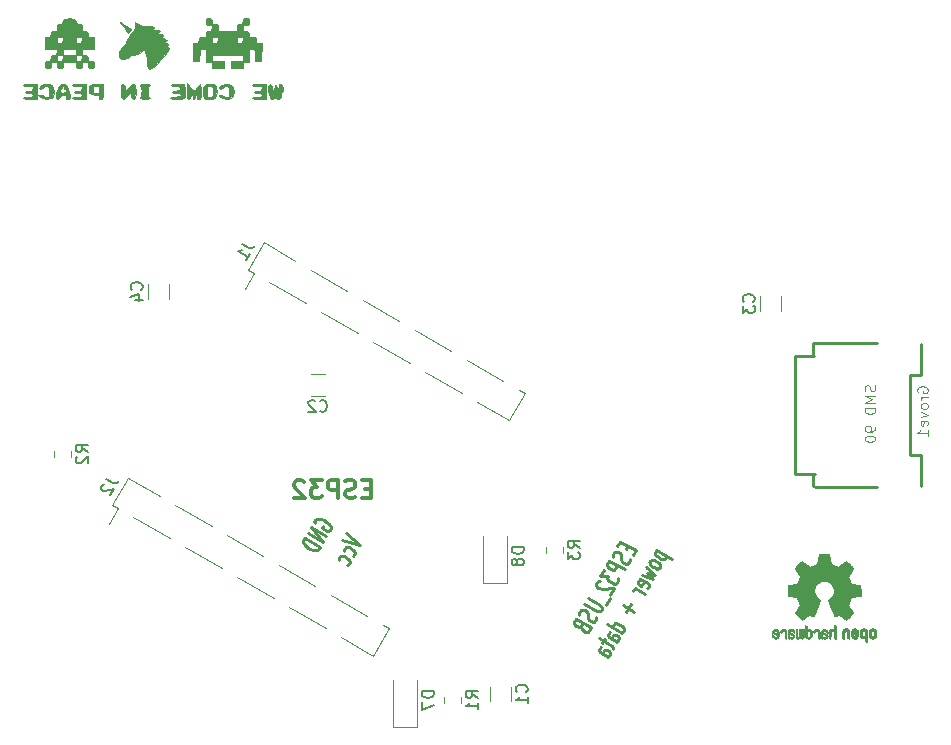
<source format=gbo>
G04 #@! TF.GenerationSoftware,KiCad,Pcbnew,(5.0.1-3-g963ef8bb5)*
G04 #@! TF.CreationDate,2019-04-21T20:34:48+02:00*
G04 #@! TF.ProjectId,unicorn_pcb,756E69636F726E5F7063622E6B696361,rev?*
G04 #@! TF.SameCoordinates,Original*
G04 #@! TF.FileFunction,Legend,Bot*
G04 #@! TF.FilePolarity,Positive*
%FSLAX46Y46*%
G04 Gerber Fmt 4.6, Leading zero omitted, Abs format (unit mm)*
G04 Created by KiCad (PCBNEW (5.0.1-3-g963ef8bb5)) date Sunday, 21 April 2019 at 20:34:48*
%MOMM*%
%LPD*%
G01*
G04 APERTURE LIST*
%ADD10C,0.250000*%
%ADD11C,0.300000*%
%ADD12C,0.120000*%
%ADD13C,0.254000*%
%ADD14C,0.010000*%
%ADD15C,0.150000*%
%ADD16C,0.101600*%
G04 APERTURE END LIST*
D10*
X215466584Y-80926707D02*
X215299917Y-81215382D01*
X215908937Y-81731957D02*
X216147032Y-81319564D01*
X214847994Y-80569564D01*
X214609899Y-80981957D01*
X215656602Y-82026157D02*
X215647032Y-82185589D01*
X215527985Y-82391786D01*
X215418507Y-82438550D01*
X215332838Y-82444075D01*
X215185311Y-82413886D01*
X215061593Y-82342457D01*
X214961685Y-82229790D01*
X214923635Y-82152836D01*
X214909395Y-82034643D01*
X214942774Y-81833972D01*
X214928534Y-81715779D01*
X214890485Y-81638825D01*
X214790577Y-81526157D01*
X214666859Y-81454729D01*
X214519331Y-81424539D01*
X214433663Y-81430064D01*
X214324185Y-81476829D01*
X214205137Y-81683025D01*
X214195567Y-81842457D01*
X215218461Y-82927897D02*
X213919423Y-82177897D01*
X213728947Y-82507811D01*
X213743187Y-82626004D01*
X213781236Y-82702958D01*
X213881144Y-82815626D01*
X214066721Y-82922768D01*
X214214249Y-82952958D01*
X214299917Y-82947433D01*
X214409395Y-82900668D01*
X214599871Y-82570754D01*
X213467042Y-82961444D02*
X213157518Y-83497555D01*
X213819056Y-83494594D01*
X213747628Y-83618312D01*
X213761868Y-83736505D01*
X213799917Y-83813458D01*
X213899826Y-83926126D01*
X214209120Y-84104697D01*
X214356648Y-84134887D01*
X214442316Y-84129362D01*
X214551794Y-84082597D01*
X214694651Y-83835162D01*
X214680411Y-83716969D01*
X214642362Y-83640015D01*
X213090760Y-83898898D02*
X213005091Y-83904423D01*
X212895613Y-83951187D01*
X212776566Y-84157383D01*
X212790806Y-84275576D01*
X212828855Y-84352530D01*
X212928763Y-84465198D01*
X213052481Y-84536626D01*
X213261868Y-84602530D01*
X214289890Y-84536230D01*
X213980366Y-85072341D01*
X214008846Y-85308726D02*
X213627893Y-85968555D01*
X212086089Y-85353323D02*
X213137692Y-85960466D01*
X213237600Y-86073134D01*
X213275650Y-86150088D01*
X213289890Y-86268281D01*
X213194651Y-86433238D01*
X213085173Y-86480002D01*
X212999505Y-86485527D01*
X212851977Y-86455338D01*
X211800375Y-85848195D01*
X212823269Y-86933634D02*
X212813699Y-87093067D01*
X212694651Y-87299263D01*
X212585173Y-87346027D01*
X212499505Y-87351553D01*
X212351977Y-87321363D01*
X212228260Y-87249935D01*
X212128351Y-87137267D01*
X212090302Y-87060313D01*
X212076062Y-86942120D01*
X212109441Y-86741449D01*
X212095201Y-86623256D01*
X212057152Y-86546302D01*
X211957243Y-86433634D01*
X211833525Y-86362206D01*
X211685998Y-86332017D01*
X211600329Y-86337542D01*
X211490851Y-86384306D01*
X211371804Y-86590502D01*
X211362234Y-86749935D01*
X211538012Y-87731192D02*
X211528443Y-87890624D01*
X211566492Y-87967578D01*
X211666401Y-88080246D01*
X211851977Y-88187389D01*
X211999505Y-88217578D01*
X212085173Y-88212053D01*
X212194651Y-88165289D01*
X212385128Y-87835374D01*
X211086089Y-87085374D01*
X210919423Y-87374049D01*
X210933663Y-87492242D01*
X210971712Y-87569196D01*
X211071621Y-87681864D01*
X211195338Y-87753292D01*
X211342866Y-87783481D01*
X211428534Y-87777956D01*
X211538012Y-87731192D01*
X211704679Y-87442517D01*
X217910357Y-81265398D02*
X219209395Y-82015398D01*
X217972216Y-81301112D02*
X217862738Y-81347876D01*
X217767500Y-81512833D01*
X217781739Y-81631026D01*
X217819789Y-81707980D01*
X217919697Y-81820648D01*
X218290851Y-82034933D01*
X218438378Y-82065123D01*
X218524047Y-82059598D01*
X218633525Y-82012833D01*
X218728763Y-81847876D01*
X218714523Y-81729683D01*
X218252573Y-82672662D02*
X218238333Y-82554469D01*
X218200283Y-82477516D01*
X218100375Y-82364848D01*
X217729221Y-82150562D01*
X217581694Y-82120373D01*
X217496025Y-82125898D01*
X217386547Y-82172662D01*
X217315119Y-82296380D01*
X217329358Y-82414573D01*
X217367408Y-82491527D01*
X217467316Y-82604194D01*
X217838470Y-82818480D01*
X217985997Y-82848669D01*
X218071666Y-82843144D01*
X218181144Y-82796380D01*
X218252573Y-82672662D01*
X217053214Y-82750012D02*
X217824001Y-83414970D01*
X217110173Y-83222784D01*
X217633525Y-83744884D01*
X216672261Y-83409841D01*
X217095475Y-84533956D02*
X217204954Y-84487192D01*
X217300192Y-84322234D01*
X217285952Y-84204042D01*
X217186043Y-84091374D01*
X216691172Y-83805659D01*
X216543644Y-83775470D01*
X216434166Y-83822234D01*
X216338928Y-83987192D01*
X216353168Y-84105385D01*
X216453076Y-84218052D01*
X216576794Y-84289481D01*
X216938607Y-83948516D01*
X216919239Y-84982063D02*
X216053214Y-84482063D01*
X216300650Y-84624920D02*
X216153122Y-84594731D01*
X216067454Y-84600256D01*
X215957976Y-84647021D01*
X215910357Y-84729499D01*
X215733891Y-85892289D02*
X215352939Y-86552118D01*
X216038287Y-86507918D02*
X215048544Y-85936489D01*
X215014477Y-88281208D02*
X213715439Y-87531208D01*
X214952618Y-88245493D02*
X215062096Y-88198729D01*
X215157334Y-88033772D01*
X215143095Y-87915579D01*
X215105045Y-87838625D01*
X215005137Y-87725957D01*
X214633983Y-87511672D01*
X214486456Y-87481483D01*
X214400787Y-87487008D01*
X214291309Y-87533772D01*
X214196071Y-87698729D01*
X214210311Y-87816922D01*
X214562096Y-89064754D02*
X213881648Y-88671897D01*
X213781739Y-88559229D01*
X213767500Y-88441037D01*
X213862738Y-88276079D01*
X213972216Y-88229315D01*
X214500237Y-89029040D02*
X214609715Y-88982276D01*
X214728763Y-88776079D01*
X214714523Y-88657886D01*
X214614615Y-88545219D01*
X214490897Y-88473790D01*
X214343369Y-88443601D01*
X214233891Y-88490365D01*
X214114844Y-88696562D01*
X214005366Y-88743326D01*
X213529404Y-88853430D02*
X213338928Y-89183344D01*
X213024963Y-88727148D02*
X214138424Y-89370005D01*
X214238333Y-89482673D01*
X214252573Y-89600865D01*
X214204954Y-89683344D01*
X213824001Y-90343173D02*
X213143553Y-89950316D01*
X213043644Y-89837648D01*
X213029404Y-89719455D01*
X213124642Y-89554498D01*
X213234120Y-89507733D01*
X213762142Y-90307459D02*
X213871620Y-90260694D01*
X213990668Y-90054498D01*
X213976428Y-89936305D01*
X213876519Y-89823637D01*
X213752802Y-89752208D01*
X213605274Y-89722019D01*
X213495796Y-89768784D01*
X213376749Y-89974980D01*
X213267271Y-90021744D01*
X188961433Y-78975171D02*
X188947193Y-78856978D01*
X189018621Y-78733260D01*
X189151909Y-78645256D01*
X189323246Y-78634206D01*
X189470773Y-78664395D01*
X189742019Y-78766013D01*
X189927596Y-78873156D01*
X190151222Y-79057253D01*
X190251130Y-79169920D01*
X190327229Y-79323828D01*
X190317660Y-79483260D01*
X190270041Y-79565738D01*
X190136753Y-79653742D01*
X190051085Y-79659267D01*
X189618072Y-79409267D01*
X189713310Y-79244310D01*
X189960517Y-80101849D02*
X188661479Y-79351849D01*
X189674802Y-80596721D01*
X188375764Y-79846721D01*
X189436707Y-81009114D02*
X188137669Y-80259114D01*
X188018621Y-80465311D01*
X188009052Y-80624743D01*
X188085151Y-80778650D01*
X188185059Y-80891318D01*
X188408685Y-81075414D01*
X188594262Y-81182557D01*
X188865508Y-81284175D01*
X189013035Y-81314364D01*
X189184372Y-81303314D01*
X189317660Y-81215311D01*
X189436707Y-81009114D01*
X191653860Y-79838303D02*
X192786231Y-80876978D01*
X191320526Y-80415653D01*
X192176753Y-81789767D02*
X192286231Y-81743003D01*
X192381469Y-81578046D01*
X192367229Y-81459853D01*
X192329180Y-81382899D01*
X192229271Y-81270232D01*
X191858118Y-81055946D01*
X191710590Y-81025757D01*
X191624922Y-81031282D01*
X191515444Y-81078046D01*
X191420206Y-81243003D01*
X191434446Y-81361196D01*
X191748182Y-82532075D02*
X191857660Y-82485311D01*
X191952898Y-82320353D01*
X191938658Y-82202161D01*
X191900608Y-82125207D01*
X191800700Y-82012539D01*
X191429546Y-81798253D01*
X191282019Y-81768064D01*
X191196350Y-81773589D01*
X191086872Y-81820353D01*
X190991634Y-81985311D01*
X191005874Y-82103504D01*
D11*
X193714285Y-76092857D02*
X193214285Y-76092857D01*
X193000000Y-76878571D02*
X193714285Y-76878571D01*
X193714285Y-75378571D01*
X193000000Y-75378571D01*
X192428571Y-76807142D02*
X192214285Y-76878571D01*
X191857142Y-76878571D01*
X191714285Y-76807142D01*
X191642857Y-76735714D01*
X191571428Y-76592857D01*
X191571428Y-76450000D01*
X191642857Y-76307142D01*
X191714285Y-76235714D01*
X191857142Y-76164285D01*
X192142857Y-76092857D01*
X192285714Y-76021428D01*
X192357142Y-75950000D01*
X192428571Y-75807142D01*
X192428571Y-75664285D01*
X192357142Y-75521428D01*
X192285714Y-75450000D01*
X192142857Y-75378571D01*
X191785714Y-75378571D01*
X191571428Y-75450000D01*
X190928571Y-76878571D02*
X190928571Y-75378571D01*
X190357142Y-75378571D01*
X190214285Y-75450000D01*
X190142857Y-75521428D01*
X190071428Y-75664285D01*
X190071428Y-75878571D01*
X190142857Y-76021428D01*
X190214285Y-76092857D01*
X190357142Y-76164285D01*
X190928571Y-76164285D01*
X189571428Y-75378571D02*
X188642857Y-75378571D01*
X189142857Y-75950000D01*
X188928571Y-75950000D01*
X188785714Y-76021428D01*
X188714285Y-76092857D01*
X188642857Y-76235714D01*
X188642857Y-76592857D01*
X188714285Y-76735714D01*
X188785714Y-76807142D01*
X188928571Y-76878571D01*
X189357142Y-76878571D01*
X189500000Y-76807142D01*
X189571428Y-76735714D01*
X188071428Y-75521428D02*
X188000000Y-75450000D01*
X187857142Y-75378571D01*
X187500000Y-75378571D01*
X187357142Y-75450000D01*
X187285714Y-75521428D01*
X187214285Y-75664285D01*
X187214285Y-75807142D01*
X187285714Y-76021428D01*
X188142857Y-76878571D01*
X187214285Y-76878571D01*
D12*
G04 #@! TO.C,C4*
X176678000Y-58797436D02*
X176678000Y-60001564D01*
X174858000Y-58797436D02*
X174858000Y-60001564D01*
G04 #@! TO.C,C3*
X226674000Y-59813436D02*
X226674000Y-61017564D01*
X228494000Y-59813436D02*
X228494000Y-61017564D01*
G04 #@! TO.C,J2*
X173146972Y-75162866D02*
X171816972Y-77466494D01*
X195247940Y-87922866D02*
X193917940Y-90226494D01*
X173626965Y-78511494D02*
X176710015Y-80291494D01*
X178026374Y-81051494D02*
X181109424Y-82831494D01*
X182425783Y-83591494D02*
X185508833Y-85371494D01*
X186825192Y-86131494D02*
X189908243Y-87911494D01*
X191224601Y-88671494D02*
X193917940Y-90226494D01*
X173146972Y-75162866D02*
X175840311Y-76717866D01*
X172310606Y-77751494D02*
X171550606Y-79067852D01*
X171816972Y-77466494D02*
X172310606Y-77751494D01*
X194754306Y-87637866D02*
X195247940Y-87922866D01*
X177156669Y-77477866D02*
X180239720Y-79257866D01*
X181556079Y-80017866D02*
X184639129Y-81797866D01*
X185955488Y-82557866D02*
X189038538Y-84337866D01*
X190354897Y-85097866D02*
X193437947Y-86877866D01*
G04 #@! TO.C,J1*
X184646972Y-55244282D02*
X183316972Y-57547910D01*
X206747940Y-68004282D02*
X205417940Y-70307910D01*
X185126965Y-58592910D02*
X188210015Y-60372910D01*
X189526374Y-61132910D02*
X192609424Y-62912910D01*
X193925783Y-63672910D02*
X197008833Y-65452910D01*
X198325192Y-66212910D02*
X201408243Y-67992910D01*
X202724601Y-68752910D02*
X205417940Y-70307910D01*
X184646972Y-55244282D02*
X187340311Y-56799282D01*
X183810606Y-57832910D02*
X183050606Y-59149268D01*
X183316972Y-57547910D02*
X183810606Y-57832910D01*
X206254306Y-67719282D02*
X206747940Y-68004282D01*
X188656669Y-57559282D02*
X191739720Y-59339282D01*
X193056079Y-60099282D02*
X196139129Y-61879282D01*
X197455488Y-62639282D02*
X200538538Y-64419282D01*
X201854897Y-65179282D02*
X204937947Y-66959282D01*
G04 #@! TO.C,D7*
X197596000Y-96230000D02*
X195596000Y-96230000D01*
X195596000Y-96230000D02*
X195596000Y-92330000D01*
X197596000Y-96230000D02*
X197596000Y-92330000D01*
G04 #@! TO.C,C2*
X188627936Y-66400000D02*
X189832064Y-66400000D01*
X188627936Y-68220000D02*
X189832064Y-68220000D01*
G04 #@! TO.C,C1*
X205634000Y-94074064D02*
X205634000Y-92869936D01*
X203814000Y-94074064D02*
X203814000Y-92869936D01*
D13*
G04 #@! TO.C,Grove1*
X231140000Y-75902820D02*
X231140000Y-74823320D01*
X231140000Y-64876680D02*
X231140000Y-63797180D01*
X236603540Y-75948540D02*
X231338120Y-75948540D01*
X236603540Y-63751460D02*
X231239060Y-63751460D01*
X231239060Y-64851280D02*
X229641400Y-64851280D01*
X229641400Y-64851280D02*
X229641400Y-74848720D01*
X229641400Y-74848720D02*
X231338120Y-74848720D01*
X240339880Y-75849480D02*
X240339880Y-73248520D01*
X240339880Y-73248520D02*
X239339120Y-73248520D01*
X239339120Y-73248520D02*
X239339120Y-66451480D01*
X239339120Y-66451480D02*
X240339880Y-66451480D01*
X240339880Y-66451480D02*
X240339880Y-63850520D01*
D12*
G04 #@! TO.C,D8*
X205216000Y-84038000D02*
X203216000Y-84038000D01*
X203216000Y-84038000D02*
X203216000Y-80138000D01*
X205216000Y-84038000D02*
X205216000Y-80138000D01*
G04 #@! TO.C,R3*
X210006000Y-81541252D02*
X210006000Y-81018748D01*
X208586000Y-81541252D02*
X208586000Y-81018748D01*
G04 #@! TO.C,R2*
X168350000Y-73413252D02*
X168350000Y-72890748D01*
X166930000Y-73413252D02*
X166930000Y-72890748D01*
G04 #@! TO.C,R1*
X201370000Y-94241252D02*
X201370000Y-93718748D01*
X199950000Y-94241252D02*
X199950000Y-93718748D01*
D14*
G04 #@! TO.C,G\002A\002A\002A*
G36*
X172527667Y-36637269D02*
X172634574Y-36798427D01*
X172799917Y-37025503D01*
X172812096Y-37041667D01*
X172988727Y-37273140D01*
X173119506Y-37439858D01*
X173177248Y-37507195D01*
X173177696Y-37507334D01*
X173240205Y-37455671D01*
X173331970Y-37367078D01*
X173395945Y-37285076D01*
X173385970Y-37206492D01*
X173280814Y-37100837D01*
X173059244Y-36937625D01*
X173007686Y-36901411D01*
X172767112Y-36736887D01*
X172585118Y-36619875D01*
X172501831Y-36576000D01*
X172527667Y-36637269D01*
X172527667Y-36637269D01*
G37*
X172527667Y-36637269D02*
X172634574Y-36798427D01*
X172799917Y-37025503D01*
X172812096Y-37041667D01*
X172988727Y-37273140D01*
X173119506Y-37439858D01*
X173177248Y-37507195D01*
X173177696Y-37507334D01*
X173240205Y-37455671D01*
X173331970Y-37367078D01*
X173395945Y-37285076D01*
X173385970Y-37206492D01*
X173280814Y-37100837D01*
X173059244Y-36937625D01*
X173007686Y-36901411D01*
X172767112Y-36736887D01*
X172585118Y-36619875D01*
X172501831Y-36576000D01*
X172527667Y-36637269D01*
G36*
X167908250Y-36284091D02*
X167753428Y-36309568D01*
X167683818Y-36374405D01*
X167657371Y-36496909D01*
X167655543Y-36512500D01*
X167606930Y-36681398D01*
X167477361Y-36740993D01*
X167380376Y-36745334D01*
X167213411Y-36762436D01*
X167144933Y-36847890D01*
X167132000Y-37041667D01*
X167117840Y-37240762D01*
X167046020Y-37322422D01*
X166878000Y-37338000D01*
X166698092Y-37358979D01*
X166631781Y-37457940D01*
X166624000Y-37592000D01*
X166603021Y-37771908D01*
X166504060Y-37838219D01*
X166370000Y-37846000D01*
X166116000Y-37846000D01*
X166116000Y-38862000D01*
X167132000Y-38862000D01*
X167132000Y-39116000D01*
X167111021Y-39295908D01*
X167012060Y-39362219D01*
X166878000Y-39370000D01*
X166698092Y-39390979D01*
X166631781Y-39489940D01*
X166624000Y-39624000D01*
X166603021Y-39803908D01*
X166504060Y-39870219D01*
X166370000Y-39878000D01*
X166199347Y-39894520D01*
X166129352Y-39978310D01*
X166116000Y-40174334D01*
X166130159Y-40373428D01*
X166201979Y-40455089D01*
X166370000Y-40470667D01*
X166549908Y-40449688D01*
X166616218Y-40350727D01*
X166624000Y-40216667D01*
X166644979Y-40036759D01*
X166743940Y-39970448D01*
X166878000Y-39962667D01*
X167057908Y-39983646D01*
X167124218Y-40082607D01*
X167132000Y-40216667D01*
X167152979Y-40396575D01*
X167251940Y-40462885D01*
X167386000Y-40470667D01*
X167565908Y-40449688D01*
X167632218Y-40350727D01*
X167640000Y-40216667D01*
X167640000Y-39962667D01*
X168740666Y-39962667D01*
X168740666Y-40216667D01*
X168761646Y-40396575D01*
X168860606Y-40462885D01*
X168994666Y-40470667D01*
X169174575Y-40449688D01*
X169240885Y-40350727D01*
X169248666Y-40216667D01*
X169269646Y-40036759D01*
X169368606Y-39970448D01*
X169502666Y-39962667D01*
X169682575Y-39983646D01*
X169748885Y-40082607D01*
X169756666Y-40216667D01*
X169777646Y-40396575D01*
X169876606Y-40462885D01*
X170010666Y-40470667D01*
X170181319Y-40454147D01*
X170251314Y-40370357D01*
X170264666Y-40174334D01*
X170250507Y-39975239D01*
X170178687Y-39893578D01*
X170010666Y-39878000D01*
X169830758Y-39857021D01*
X169764448Y-39758060D01*
X169756666Y-39624000D01*
X169248666Y-39624000D01*
X169227687Y-39803908D01*
X169128727Y-39870219D01*
X168994666Y-39878000D01*
X168814758Y-39857021D01*
X168748448Y-39758060D01*
X168740666Y-39624000D01*
X168740666Y-39370000D01*
X167640000Y-39370000D01*
X167640000Y-39624000D01*
X167619021Y-39803908D01*
X167520060Y-39870219D01*
X167386000Y-39878000D01*
X167206092Y-39857021D01*
X167139781Y-39758060D01*
X167132000Y-39624000D01*
X167152979Y-39444092D01*
X167251940Y-39377782D01*
X167386000Y-39370000D01*
X167565908Y-39349021D01*
X167632218Y-39250060D01*
X167640000Y-39116000D01*
X167640000Y-38862000D01*
X168740666Y-38862000D01*
X168740666Y-39116000D01*
X168761646Y-39295908D01*
X168860606Y-39362219D01*
X168994666Y-39370000D01*
X169174575Y-39390979D01*
X169240885Y-39489940D01*
X169248666Y-39624000D01*
X169756666Y-39624000D01*
X169735687Y-39444092D01*
X169636727Y-39377782D01*
X169502666Y-39370000D01*
X169322758Y-39349021D01*
X169256448Y-39250060D01*
X169248666Y-39116000D01*
X169248666Y-38862000D01*
X170264666Y-38862000D01*
X170264666Y-38100000D01*
X169248666Y-38100000D01*
X169227687Y-38279908D01*
X169128727Y-38346219D01*
X168994666Y-38354000D01*
X168814758Y-38333021D01*
X168748448Y-38234060D01*
X168740666Y-38100000D01*
X167640000Y-38100000D01*
X167619021Y-38279908D01*
X167520060Y-38346219D01*
X167386000Y-38354000D01*
X167206092Y-38333021D01*
X167139781Y-38234060D01*
X167132000Y-38100000D01*
X167152979Y-37920092D01*
X167251940Y-37853782D01*
X167386000Y-37846000D01*
X167565908Y-37866979D01*
X167632218Y-37965940D01*
X167640000Y-38100000D01*
X168740666Y-38100000D01*
X168761646Y-37920092D01*
X168860606Y-37853782D01*
X168994666Y-37846000D01*
X169174575Y-37866979D01*
X169240885Y-37965940D01*
X169248666Y-38100000D01*
X170264666Y-38100000D01*
X170264666Y-37846000D01*
X170010666Y-37846000D01*
X169830758Y-37825021D01*
X169764448Y-37726060D01*
X169756666Y-37592000D01*
X169735687Y-37412092D01*
X169636727Y-37345782D01*
X169502666Y-37338000D01*
X169332014Y-37321481D01*
X169262019Y-37237691D01*
X169248666Y-37041667D01*
X169234332Y-36842464D01*
X169162707Y-36760764D01*
X169000290Y-36745334D01*
X168816971Y-36717981D01*
X168740161Y-36602948D01*
X168725124Y-36512500D01*
X168700622Y-36383445D01*
X168637025Y-36313829D01*
X168492285Y-36285343D01*
X168224351Y-36279682D01*
X168190333Y-36279667D01*
X167908250Y-36284091D01*
X167908250Y-36284091D01*
G37*
X167908250Y-36284091D02*
X167753428Y-36309568D01*
X167683818Y-36374405D01*
X167657371Y-36496909D01*
X167655543Y-36512500D01*
X167606930Y-36681398D01*
X167477361Y-36740993D01*
X167380376Y-36745334D01*
X167213411Y-36762436D01*
X167144933Y-36847890D01*
X167132000Y-37041667D01*
X167117840Y-37240762D01*
X167046020Y-37322422D01*
X166878000Y-37338000D01*
X166698092Y-37358979D01*
X166631781Y-37457940D01*
X166624000Y-37592000D01*
X166603021Y-37771908D01*
X166504060Y-37838219D01*
X166370000Y-37846000D01*
X166116000Y-37846000D01*
X166116000Y-38862000D01*
X167132000Y-38862000D01*
X167132000Y-39116000D01*
X167111021Y-39295908D01*
X167012060Y-39362219D01*
X166878000Y-39370000D01*
X166698092Y-39390979D01*
X166631781Y-39489940D01*
X166624000Y-39624000D01*
X166603021Y-39803908D01*
X166504060Y-39870219D01*
X166370000Y-39878000D01*
X166199347Y-39894520D01*
X166129352Y-39978310D01*
X166116000Y-40174334D01*
X166130159Y-40373428D01*
X166201979Y-40455089D01*
X166370000Y-40470667D01*
X166549908Y-40449688D01*
X166616218Y-40350727D01*
X166624000Y-40216667D01*
X166644979Y-40036759D01*
X166743940Y-39970448D01*
X166878000Y-39962667D01*
X167057908Y-39983646D01*
X167124218Y-40082607D01*
X167132000Y-40216667D01*
X167152979Y-40396575D01*
X167251940Y-40462885D01*
X167386000Y-40470667D01*
X167565908Y-40449688D01*
X167632218Y-40350727D01*
X167640000Y-40216667D01*
X167640000Y-39962667D01*
X168740666Y-39962667D01*
X168740666Y-40216667D01*
X168761646Y-40396575D01*
X168860606Y-40462885D01*
X168994666Y-40470667D01*
X169174575Y-40449688D01*
X169240885Y-40350727D01*
X169248666Y-40216667D01*
X169269646Y-40036759D01*
X169368606Y-39970448D01*
X169502666Y-39962667D01*
X169682575Y-39983646D01*
X169748885Y-40082607D01*
X169756666Y-40216667D01*
X169777646Y-40396575D01*
X169876606Y-40462885D01*
X170010666Y-40470667D01*
X170181319Y-40454147D01*
X170251314Y-40370357D01*
X170264666Y-40174334D01*
X170250507Y-39975239D01*
X170178687Y-39893578D01*
X170010666Y-39878000D01*
X169830758Y-39857021D01*
X169764448Y-39758060D01*
X169756666Y-39624000D01*
X169248666Y-39624000D01*
X169227687Y-39803908D01*
X169128727Y-39870219D01*
X168994666Y-39878000D01*
X168814758Y-39857021D01*
X168748448Y-39758060D01*
X168740666Y-39624000D01*
X168740666Y-39370000D01*
X167640000Y-39370000D01*
X167640000Y-39624000D01*
X167619021Y-39803908D01*
X167520060Y-39870219D01*
X167386000Y-39878000D01*
X167206092Y-39857021D01*
X167139781Y-39758060D01*
X167132000Y-39624000D01*
X167152979Y-39444092D01*
X167251940Y-39377782D01*
X167386000Y-39370000D01*
X167565908Y-39349021D01*
X167632218Y-39250060D01*
X167640000Y-39116000D01*
X167640000Y-38862000D01*
X168740666Y-38862000D01*
X168740666Y-39116000D01*
X168761646Y-39295908D01*
X168860606Y-39362219D01*
X168994666Y-39370000D01*
X169174575Y-39390979D01*
X169240885Y-39489940D01*
X169248666Y-39624000D01*
X169756666Y-39624000D01*
X169735687Y-39444092D01*
X169636727Y-39377782D01*
X169502666Y-39370000D01*
X169322758Y-39349021D01*
X169256448Y-39250060D01*
X169248666Y-39116000D01*
X169248666Y-38862000D01*
X170264666Y-38862000D01*
X170264666Y-38100000D01*
X169248666Y-38100000D01*
X169227687Y-38279908D01*
X169128727Y-38346219D01*
X168994666Y-38354000D01*
X168814758Y-38333021D01*
X168748448Y-38234060D01*
X168740666Y-38100000D01*
X167640000Y-38100000D01*
X167619021Y-38279908D01*
X167520060Y-38346219D01*
X167386000Y-38354000D01*
X167206092Y-38333021D01*
X167139781Y-38234060D01*
X167132000Y-38100000D01*
X167152979Y-37920092D01*
X167251940Y-37853782D01*
X167386000Y-37846000D01*
X167565908Y-37866979D01*
X167632218Y-37965940D01*
X167640000Y-38100000D01*
X168740666Y-38100000D01*
X168761646Y-37920092D01*
X168860606Y-37853782D01*
X168994666Y-37846000D01*
X169174575Y-37866979D01*
X169240885Y-37965940D01*
X169248666Y-38100000D01*
X170264666Y-38100000D01*
X170264666Y-37846000D01*
X170010666Y-37846000D01*
X169830758Y-37825021D01*
X169764448Y-37726060D01*
X169756666Y-37592000D01*
X169735687Y-37412092D01*
X169636727Y-37345782D01*
X169502666Y-37338000D01*
X169332014Y-37321481D01*
X169262019Y-37237691D01*
X169248666Y-37041667D01*
X169234332Y-36842464D01*
X169162707Y-36760764D01*
X169000290Y-36745334D01*
X168816971Y-36717981D01*
X168740161Y-36602948D01*
X168725124Y-36512500D01*
X168700622Y-36383445D01*
X168637025Y-36313829D01*
X168492285Y-36285343D01*
X168224351Y-36279682D01*
X168190333Y-36279667D01*
X167908250Y-36284091D01*
G36*
X179830680Y-36253853D02*
X179760686Y-36337643D01*
X179747333Y-36533667D01*
X179761493Y-36732762D01*
X179833313Y-36814422D01*
X180001333Y-36830000D01*
X180181241Y-36850979D01*
X180247552Y-36949940D01*
X180255333Y-37084000D01*
X180234354Y-37263908D01*
X180135393Y-37330219D01*
X180001333Y-37338000D01*
X179821425Y-37358979D01*
X179755115Y-37457940D01*
X179747333Y-37592000D01*
X179730814Y-37762653D01*
X179647024Y-37832648D01*
X179451000Y-37846000D01*
X179251905Y-37860160D01*
X179170244Y-37931980D01*
X179154666Y-38100000D01*
X179134084Y-38279153D01*
X179036429Y-38345800D01*
X178897489Y-38354000D01*
X178640312Y-38354000D01*
X178689000Y-39920334D01*
X178943000Y-39920334D01*
X179081751Y-39913300D01*
X179159955Y-39866170D01*
X179198213Y-39739897D01*
X179217127Y-39495437D01*
X179222207Y-39391167D01*
X179239422Y-39102781D01*
X179269689Y-38944526D01*
X179333313Y-38877358D01*
X179450598Y-38862229D01*
X179497373Y-38862000D01*
X179747333Y-38862000D01*
X179747333Y-39962667D01*
X180001333Y-39962667D01*
X180181241Y-39983646D01*
X180247552Y-40082607D01*
X180255333Y-40216667D01*
X180255333Y-40470667D01*
X181271333Y-40470667D01*
X181271333Y-39878000D01*
X180255333Y-39878000D01*
X180255333Y-39370000D01*
X182880000Y-39370000D01*
X182880000Y-39878000D01*
X181864000Y-39878000D01*
X181864000Y-40470667D01*
X182880000Y-40470667D01*
X182880000Y-40216667D01*
X182900979Y-40036759D01*
X182999940Y-39970448D01*
X183134000Y-39962667D01*
X183388000Y-39962667D01*
X183388000Y-38862000D01*
X183637960Y-38862000D01*
X183774534Y-38869363D01*
X183851580Y-38917480D01*
X183889402Y-39045400D01*
X183908303Y-39292167D01*
X183913126Y-39391167D01*
X183930239Y-39679534D01*
X183960399Y-39837781D01*
X184024210Y-39904955D01*
X184142272Y-39920099D01*
X184192333Y-39920334D01*
X184446333Y-39920334D01*
X184495021Y-38354000D01*
X184237844Y-38354000D01*
X184056450Y-38333672D01*
X183988969Y-38237223D01*
X183980666Y-38100000D01*
X182880000Y-38100000D01*
X182859021Y-38279908D01*
X182760060Y-38346219D01*
X182626000Y-38354000D01*
X182446092Y-38333021D01*
X182379781Y-38234060D01*
X182372000Y-38100000D01*
X180763333Y-38100000D01*
X180742354Y-38279908D01*
X180643393Y-38346219D01*
X180509333Y-38354000D01*
X180329425Y-38333021D01*
X180263115Y-38234060D01*
X180255333Y-38100000D01*
X180276312Y-37920092D01*
X180375273Y-37853782D01*
X180509333Y-37846000D01*
X180689241Y-37866979D01*
X180755552Y-37965940D01*
X180763333Y-38100000D01*
X182372000Y-38100000D01*
X182392979Y-37920092D01*
X182491940Y-37853782D01*
X182626000Y-37846000D01*
X182805908Y-37866979D01*
X182872218Y-37965940D01*
X182880000Y-38100000D01*
X183980666Y-38100000D01*
X183964147Y-37929347D01*
X183880357Y-37859353D01*
X183684333Y-37846000D01*
X183485238Y-37831841D01*
X183403578Y-37760021D01*
X183388000Y-37592000D01*
X183367021Y-37412092D01*
X183268060Y-37345782D01*
X183134000Y-37338000D01*
X182954092Y-37317021D01*
X182887781Y-37218060D01*
X182880000Y-37084000D01*
X182900979Y-36904092D01*
X182999940Y-36837782D01*
X183134000Y-36830000D01*
X183304653Y-36813481D01*
X183374647Y-36729691D01*
X183388000Y-36533667D01*
X183373840Y-36334572D01*
X183302020Y-36252911D01*
X183134000Y-36237334D01*
X182954092Y-36258313D01*
X182887781Y-36357273D01*
X182880000Y-36491334D01*
X182859021Y-36671242D01*
X182760060Y-36737552D01*
X182626000Y-36745334D01*
X182455347Y-36761853D01*
X182385352Y-36845643D01*
X182372000Y-37041667D01*
X182372000Y-37338000D01*
X180763333Y-37338000D01*
X180763333Y-37041667D01*
X180749174Y-36842572D01*
X180677354Y-36760911D01*
X180509333Y-36745334D01*
X180329425Y-36724354D01*
X180263115Y-36625394D01*
X180255333Y-36491334D01*
X180234354Y-36311425D01*
X180135393Y-36245115D01*
X180001333Y-36237334D01*
X179830680Y-36253853D01*
X179830680Y-36253853D01*
G37*
X179830680Y-36253853D02*
X179760686Y-36337643D01*
X179747333Y-36533667D01*
X179761493Y-36732762D01*
X179833313Y-36814422D01*
X180001333Y-36830000D01*
X180181241Y-36850979D01*
X180247552Y-36949940D01*
X180255333Y-37084000D01*
X180234354Y-37263908D01*
X180135393Y-37330219D01*
X180001333Y-37338000D01*
X179821425Y-37358979D01*
X179755115Y-37457940D01*
X179747333Y-37592000D01*
X179730814Y-37762653D01*
X179647024Y-37832648D01*
X179451000Y-37846000D01*
X179251905Y-37860160D01*
X179170244Y-37931980D01*
X179154666Y-38100000D01*
X179134084Y-38279153D01*
X179036429Y-38345800D01*
X178897489Y-38354000D01*
X178640312Y-38354000D01*
X178689000Y-39920334D01*
X178943000Y-39920334D01*
X179081751Y-39913300D01*
X179159955Y-39866170D01*
X179198213Y-39739897D01*
X179217127Y-39495437D01*
X179222207Y-39391167D01*
X179239422Y-39102781D01*
X179269689Y-38944526D01*
X179333313Y-38877358D01*
X179450598Y-38862229D01*
X179497373Y-38862000D01*
X179747333Y-38862000D01*
X179747333Y-39962667D01*
X180001333Y-39962667D01*
X180181241Y-39983646D01*
X180247552Y-40082607D01*
X180255333Y-40216667D01*
X180255333Y-40470667D01*
X181271333Y-40470667D01*
X181271333Y-39878000D01*
X180255333Y-39878000D01*
X180255333Y-39370000D01*
X182880000Y-39370000D01*
X182880000Y-39878000D01*
X181864000Y-39878000D01*
X181864000Y-40470667D01*
X182880000Y-40470667D01*
X182880000Y-40216667D01*
X182900979Y-40036759D01*
X182999940Y-39970448D01*
X183134000Y-39962667D01*
X183388000Y-39962667D01*
X183388000Y-38862000D01*
X183637960Y-38862000D01*
X183774534Y-38869363D01*
X183851580Y-38917480D01*
X183889402Y-39045400D01*
X183908303Y-39292167D01*
X183913126Y-39391167D01*
X183930239Y-39679534D01*
X183960399Y-39837781D01*
X184024210Y-39904955D01*
X184142272Y-39920099D01*
X184192333Y-39920334D01*
X184446333Y-39920334D01*
X184495021Y-38354000D01*
X184237844Y-38354000D01*
X184056450Y-38333672D01*
X183988969Y-38237223D01*
X183980666Y-38100000D01*
X182880000Y-38100000D01*
X182859021Y-38279908D01*
X182760060Y-38346219D01*
X182626000Y-38354000D01*
X182446092Y-38333021D01*
X182379781Y-38234060D01*
X182372000Y-38100000D01*
X180763333Y-38100000D01*
X180742354Y-38279908D01*
X180643393Y-38346219D01*
X180509333Y-38354000D01*
X180329425Y-38333021D01*
X180263115Y-38234060D01*
X180255333Y-38100000D01*
X180276312Y-37920092D01*
X180375273Y-37853782D01*
X180509333Y-37846000D01*
X180689241Y-37866979D01*
X180755552Y-37965940D01*
X180763333Y-38100000D01*
X182372000Y-38100000D01*
X182392979Y-37920092D01*
X182491940Y-37853782D01*
X182626000Y-37846000D01*
X182805908Y-37866979D01*
X182872218Y-37965940D01*
X182880000Y-38100000D01*
X183980666Y-38100000D01*
X183964147Y-37929347D01*
X183880357Y-37859353D01*
X183684333Y-37846000D01*
X183485238Y-37831841D01*
X183403578Y-37760021D01*
X183388000Y-37592000D01*
X183367021Y-37412092D01*
X183268060Y-37345782D01*
X183134000Y-37338000D01*
X182954092Y-37317021D01*
X182887781Y-37218060D01*
X182880000Y-37084000D01*
X182900979Y-36904092D01*
X182999940Y-36837782D01*
X183134000Y-36830000D01*
X183304653Y-36813481D01*
X183374647Y-36729691D01*
X183388000Y-36533667D01*
X183373840Y-36334572D01*
X183302020Y-36252911D01*
X183134000Y-36237334D01*
X182954092Y-36258313D01*
X182887781Y-36357273D01*
X182880000Y-36491334D01*
X182859021Y-36671242D01*
X182760060Y-36737552D01*
X182626000Y-36745334D01*
X182455347Y-36761853D01*
X182385352Y-36845643D01*
X182372000Y-37041667D01*
X182372000Y-37338000D01*
X180763333Y-37338000D01*
X180763333Y-37041667D01*
X180749174Y-36842572D01*
X180677354Y-36760911D01*
X180509333Y-36745334D01*
X180329425Y-36724354D01*
X180263115Y-36625394D01*
X180255333Y-36491334D01*
X180234354Y-36311425D01*
X180135393Y-36245115D01*
X180001333Y-36237334D01*
X179830680Y-36253853D01*
G36*
X173747365Y-36858498D02*
X173737296Y-37093683D01*
X173638045Y-37293971D01*
X173511588Y-37441526D01*
X173336649Y-37661719D01*
X173217478Y-37875339D01*
X173199197Y-37930667D01*
X173118435Y-38101973D01*
X172956833Y-38341695D01*
X172765120Y-38579328D01*
X172537762Y-38858969D01*
X172419139Y-39076485D01*
X172391492Y-39282327D01*
X172434697Y-39518167D01*
X172504218Y-39648730D01*
X172653317Y-39702022D01*
X172801419Y-39708667D01*
X173119354Y-39648195D01*
X173270333Y-39539334D01*
X173461526Y-39409394D01*
X173627688Y-39370000D01*
X173974480Y-39291276D01*
X174279203Y-39076360D01*
X174339119Y-39008050D01*
X174436806Y-38899493D01*
X174508832Y-38905203D01*
X174608888Y-39037947D01*
X174635452Y-39078513D01*
X174733266Y-39292935D01*
X174783003Y-39585942D01*
X174794333Y-39917386D01*
X174799379Y-40231815D01*
X174821366Y-40414628D01*
X174870573Y-40503413D01*
X174957277Y-40535756D01*
X174963666Y-40536690D01*
X175125456Y-40499217D01*
X175344067Y-40377224D01*
X175455399Y-40293655D01*
X175659600Y-40098562D01*
X175914733Y-39818052D01*
X176173603Y-39504713D01*
X176236501Y-39423298D01*
X176452449Y-39133499D01*
X176575880Y-38945692D01*
X176620067Y-38829651D01*
X176598286Y-38755150D01*
X176549515Y-38710490D01*
X176453654Y-38615171D01*
X176499131Y-38543364D01*
X176527543Y-38524852D01*
X176582224Y-38459243D01*
X176500096Y-38390144D01*
X176400131Y-38345536D01*
X176247555Y-38270449D01*
X176245959Y-38224454D01*
X176297166Y-38207466D01*
X176430862Y-38142223D01*
X176409044Y-38061826D01*
X176241883Y-37986088D01*
X176174953Y-37969402D01*
X176002053Y-37921633D01*
X175974633Y-37870780D01*
X176046637Y-37806137D01*
X176139835Y-37692770D01*
X176075231Y-37617301D01*
X175880889Y-37592000D01*
X175728656Y-37561143D01*
X175683333Y-37507334D01*
X175747762Y-37425127D01*
X175768000Y-37422667D01*
X175850206Y-37358238D01*
X175852666Y-37338000D01*
X175777317Y-37286036D01*
X175588066Y-37256161D01*
X175497067Y-37253334D01*
X175281119Y-37243153D01*
X175210484Y-37206440D01*
X175243066Y-37151733D01*
X175331140Y-37033717D01*
X175297576Y-36960876D01*
X175126510Y-36924205D01*
X174825493Y-36914667D01*
X174435501Y-36889194D01*
X174142387Y-36802962D01*
X174013680Y-36733805D01*
X173721039Y-36552943D01*
X173747365Y-36858498D01*
X173747365Y-36858498D01*
G37*
X173747365Y-36858498D02*
X173737296Y-37093683D01*
X173638045Y-37293971D01*
X173511588Y-37441526D01*
X173336649Y-37661719D01*
X173217478Y-37875339D01*
X173199197Y-37930667D01*
X173118435Y-38101973D01*
X172956833Y-38341695D01*
X172765120Y-38579328D01*
X172537762Y-38858969D01*
X172419139Y-39076485D01*
X172391492Y-39282327D01*
X172434697Y-39518167D01*
X172504218Y-39648730D01*
X172653317Y-39702022D01*
X172801419Y-39708667D01*
X173119354Y-39648195D01*
X173270333Y-39539334D01*
X173461526Y-39409394D01*
X173627688Y-39370000D01*
X173974480Y-39291276D01*
X174279203Y-39076360D01*
X174339119Y-39008050D01*
X174436806Y-38899493D01*
X174508832Y-38905203D01*
X174608888Y-39037947D01*
X174635452Y-39078513D01*
X174733266Y-39292935D01*
X174783003Y-39585942D01*
X174794333Y-39917386D01*
X174799379Y-40231815D01*
X174821366Y-40414628D01*
X174870573Y-40503413D01*
X174957277Y-40535756D01*
X174963666Y-40536690D01*
X175125456Y-40499217D01*
X175344067Y-40377224D01*
X175455399Y-40293655D01*
X175659600Y-40098562D01*
X175914733Y-39818052D01*
X176173603Y-39504713D01*
X176236501Y-39423298D01*
X176452449Y-39133499D01*
X176575880Y-38945692D01*
X176620067Y-38829651D01*
X176598286Y-38755150D01*
X176549515Y-38710490D01*
X176453654Y-38615171D01*
X176499131Y-38543364D01*
X176527543Y-38524852D01*
X176582224Y-38459243D01*
X176500096Y-38390144D01*
X176400131Y-38345536D01*
X176247555Y-38270449D01*
X176245959Y-38224454D01*
X176297166Y-38207466D01*
X176430862Y-38142223D01*
X176409044Y-38061826D01*
X176241883Y-37986088D01*
X176174953Y-37969402D01*
X176002053Y-37921633D01*
X175974633Y-37870780D01*
X176046637Y-37806137D01*
X176139835Y-37692770D01*
X176075231Y-37617301D01*
X175880889Y-37592000D01*
X175728656Y-37561143D01*
X175683333Y-37507334D01*
X175747762Y-37425127D01*
X175768000Y-37422667D01*
X175850206Y-37358238D01*
X175852666Y-37338000D01*
X175777317Y-37286036D01*
X175588066Y-37256161D01*
X175497067Y-37253334D01*
X175281119Y-37243153D01*
X175210484Y-37206440D01*
X175243066Y-37151733D01*
X175331140Y-37033717D01*
X175297576Y-36960876D01*
X175126510Y-36924205D01*
X174825493Y-36914667D01*
X174435501Y-36889194D01*
X174142387Y-36802962D01*
X174013680Y-36733805D01*
X173721039Y-36552943D01*
X173747365Y-36858498D01*
G36*
X164541976Y-41836521D02*
X164331899Y-41866504D01*
X164253333Y-41909918D01*
X164253333Y-41910000D01*
X164329480Y-41958298D01*
X164524175Y-41988953D01*
X164676666Y-41994667D01*
X164927911Y-42001529D01*
X165053250Y-42036552D01*
X165095990Y-42121387D01*
X165100000Y-42206334D01*
X165081515Y-42342707D01*
X164994325Y-42403320D01*
X164790826Y-42417925D01*
X164761333Y-42418000D01*
X164549259Y-42436778D01*
X164431302Y-42483688D01*
X164422666Y-42502667D01*
X164497779Y-42555685D01*
X164685418Y-42585175D01*
X164761333Y-42587334D01*
X164982901Y-42601534D01*
X165080826Y-42658928D01*
X165100000Y-42756667D01*
X165077712Y-42858234D01*
X164983109Y-42908889D01*
X164774583Y-42925276D01*
X164676666Y-42926000D01*
X164435179Y-42941230D01*
X164281902Y-42980169D01*
X164253333Y-43010667D01*
X164331643Y-43054099D01*
X164541529Y-43084110D01*
X164845425Y-43095333D01*
X164846000Y-43095334D01*
X165438666Y-43095334D01*
X165438666Y-41825334D01*
X164846000Y-41825334D01*
X164541976Y-41836521D01*
X164541976Y-41836521D01*
G37*
X164541976Y-41836521D02*
X164331899Y-41866504D01*
X164253333Y-41909918D01*
X164253333Y-41910000D01*
X164329480Y-41958298D01*
X164524175Y-41988953D01*
X164676666Y-41994667D01*
X164927911Y-42001529D01*
X165053250Y-42036552D01*
X165095990Y-42121387D01*
X165100000Y-42206334D01*
X165081515Y-42342707D01*
X164994325Y-42403320D01*
X164790826Y-42417925D01*
X164761333Y-42418000D01*
X164549259Y-42436778D01*
X164431302Y-42483688D01*
X164422666Y-42502667D01*
X164497779Y-42555685D01*
X164685418Y-42585175D01*
X164761333Y-42587334D01*
X164982901Y-42601534D01*
X165080826Y-42658928D01*
X165100000Y-42756667D01*
X165077712Y-42858234D01*
X164983109Y-42908889D01*
X164774583Y-42925276D01*
X164676666Y-42926000D01*
X164435179Y-42941230D01*
X164281902Y-42980169D01*
X164253333Y-43010667D01*
X164331643Y-43054099D01*
X164541529Y-43084110D01*
X164845425Y-43095333D01*
X164846000Y-43095334D01*
X165438666Y-43095334D01*
X165438666Y-41825334D01*
X164846000Y-41825334D01*
X164541976Y-41836521D01*
G36*
X166026495Y-41858518D02*
X165824872Y-41937671D01*
X165688883Y-42040985D01*
X165651652Y-42143954D01*
X165733916Y-42217633D01*
X165910208Y-42207258D01*
X165994375Y-42128635D01*
X166167847Y-42017079D01*
X166299631Y-42009045D01*
X166417705Y-42044264D01*
X166476380Y-42136794D01*
X166495751Y-42332576D01*
X166497000Y-42460334D01*
X166489944Y-42712567D01*
X166452759Y-42842024D01*
X166361420Y-42895149D01*
X166264166Y-42910457D01*
X166096252Y-42901879D01*
X166031333Y-42846957D01*
X165958449Y-42780888D01*
X165803702Y-42756667D01*
X165576070Y-42756667D01*
X165757828Y-42926000D01*
X165995254Y-43050401D01*
X166301046Y-43092198D01*
X166594469Y-43047115D01*
X166729833Y-42977474D01*
X166835097Y-42822217D01*
X166876500Y-42547270D01*
X166878000Y-42460334D01*
X166840293Y-42131762D01*
X166711164Y-41933935D01*
X166466604Y-41842263D01*
X166260626Y-41828026D01*
X166026495Y-41858518D01*
X166026495Y-41858518D01*
G37*
X166026495Y-41858518D02*
X165824872Y-41937671D01*
X165688883Y-42040985D01*
X165651652Y-42143954D01*
X165733916Y-42217633D01*
X165910208Y-42207258D01*
X165994375Y-42128635D01*
X166167847Y-42017079D01*
X166299631Y-42009045D01*
X166417705Y-42044264D01*
X166476380Y-42136794D01*
X166495751Y-42332576D01*
X166497000Y-42460334D01*
X166489944Y-42712567D01*
X166452759Y-42842024D01*
X166361420Y-42895149D01*
X166264166Y-42910457D01*
X166096252Y-42901879D01*
X166031333Y-42846957D01*
X165958449Y-42780888D01*
X165803702Y-42756667D01*
X165576070Y-42756667D01*
X165757828Y-42926000D01*
X165995254Y-43050401D01*
X166301046Y-43092198D01*
X166594469Y-43047115D01*
X166729833Y-42977474D01*
X166835097Y-42822217D01*
X166876500Y-42547270D01*
X166878000Y-42460334D01*
X166840293Y-42131762D01*
X166711164Y-41933935D01*
X166466604Y-41842263D01*
X166260626Y-41828026D01*
X166026495Y-41858518D01*
G36*
X167503987Y-41852244D02*
X167315346Y-41978816D01*
X167219803Y-42191420D01*
X167216666Y-42242619D01*
X167182309Y-42383450D01*
X167132000Y-42418000D01*
X167078981Y-42493112D01*
X167049492Y-42680752D01*
X167047333Y-42756667D01*
X167061533Y-42978235D01*
X167118928Y-43076159D01*
X167216666Y-43095334D01*
X167358171Y-43035465D01*
X167386000Y-42926000D01*
X167425916Y-42802053D01*
X167574433Y-42758414D01*
X167640000Y-42756667D01*
X167825920Y-42783277D01*
X167891379Y-42882289D01*
X167894000Y-42926000D01*
X167953868Y-43067504D01*
X168063333Y-43095334D01*
X168174117Y-43066933D01*
X168223079Y-42952144D01*
X168232666Y-42756667D01*
X168213888Y-42544593D01*
X168166979Y-42426636D01*
X168148000Y-42418000D01*
X167894000Y-42418000D01*
X167854084Y-42541947D01*
X167705567Y-42585587D01*
X167640000Y-42587334D01*
X167454080Y-42560723D01*
X167388620Y-42461712D01*
X167386000Y-42418000D01*
X167421456Y-42280420D01*
X167470666Y-42248667D01*
X167545781Y-42180090D01*
X167555333Y-42121667D01*
X167601051Y-42008995D01*
X167640000Y-41994667D01*
X167715114Y-42063243D01*
X167724666Y-42121667D01*
X167770384Y-42234339D01*
X167809333Y-42248667D01*
X167878123Y-42319579D01*
X167894000Y-42418000D01*
X168148000Y-42418000D01*
X168080012Y-42346831D01*
X168063333Y-42242619D01*
X168006817Y-42037866D01*
X167942381Y-41946286D01*
X167731180Y-41833976D01*
X167503987Y-41852244D01*
X167503987Y-41852244D01*
G37*
X167503987Y-41852244D02*
X167315346Y-41978816D01*
X167219803Y-42191420D01*
X167216666Y-42242619D01*
X167182309Y-42383450D01*
X167132000Y-42418000D01*
X167078981Y-42493112D01*
X167049492Y-42680752D01*
X167047333Y-42756667D01*
X167061533Y-42978235D01*
X167118928Y-43076159D01*
X167216666Y-43095334D01*
X167358171Y-43035465D01*
X167386000Y-42926000D01*
X167425916Y-42802053D01*
X167574433Y-42758414D01*
X167640000Y-42756667D01*
X167825920Y-42783277D01*
X167891379Y-42882289D01*
X167894000Y-42926000D01*
X167953868Y-43067504D01*
X168063333Y-43095334D01*
X168174117Y-43066933D01*
X168223079Y-42952144D01*
X168232666Y-42756667D01*
X168213888Y-42544593D01*
X168166979Y-42426636D01*
X168148000Y-42418000D01*
X167894000Y-42418000D01*
X167854084Y-42541947D01*
X167705567Y-42585587D01*
X167640000Y-42587334D01*
X167454080Y-42560723D01*
X167388620Y-42461712D01*
X167386000Y-42418000D01*
X167421456Y-42280420D01*
X167470666Y-42248667D01*
X167545781Y-42180090D01*
X167555333Y-42121667D01*
X167601051Y-42008995D01*
X167640000Y-41994667D01*
X167715114Y-42063243D01*
X167724666Y-42121667D01*
X167770384Y-42234339D01*
X167809333Y-42248667D01*
X167878123Y-42319579D01*
X167894000Y-42418000D01*
X168148000Y-42418000D01*
X168080012Y-42346831D01*
X168063333Y-42242619D01*
X168006817Y-42037866D01*
X167942381Y-41946286D01*
X167731180Y-41833976D01*
X167503987Y-41852244D01*
G36*
X168690643Y-41836521D02*
X168480565Y-41866504D01*
X168402000Y-41909918D01*
X168402000Y-41910000D01*
X168478147Y-41958298D01*
X168672842Y-41988953D01*
X168825333Y-41994667D01*
X169076577Y-42001529D01*
X169201917Y-42036552D01*
X169244656Y-42121387D01*
X169248666Y-42206334D01*
X169230182Y-42342707D01*
X169142991Y-42403320D01*
X168939493Y-42417925D01*
X168910000Y-42418000D01*
X168697926Y-42436778D01*
X168579969Y-42483688D01*
X168571333Y-42502667D01*
X168646445Y-42555685D01*
X168834085Y-42585175D01*
X168910000Y-42587334D01*
X169131568Y-42601534D01*
X169229492Y-42658928D01*
X169248666Y-42756667D01*
X169226378Y-42858234D01*
X169131776Y-42908889D01*
X168923250Y-42925276D01*
X168825333Y-42926000D01*
X168583846Y-42941230D01*
X168430568Y-42980169D01*
X168402000Y-43010667D01*
X168480310Y-43054099D01*
X168690195Y-43084110D01*
X168994091Y-43095333D01*
X168994666Y-43095334D01*
X169587333Y-43095334D01*
X169587333Y-41825334D01*
X168994666Y-41825334D01*
X168690643Y-41836521D01*
X168690643Y-41836521D01*
G37*
X168690643Y-41836521D02*
X168480565Y-41866504D01*
X168402000Y-41909918D01*
X168402000Y-41910000D01*
X168478147Y-41958298D01*
X168672842Y-41988953D01*
X168825333Y-41994667D01*
X169076577Y-42001529D01*
X169201917Y-42036552D01*
X169244656Y-42121387D01*
X169248666Y-42206334D01*
X169230182Y-42342707D01*
X169142991Y-42403320D01*
X168939493Y-42417925D01*
X168910000Y-42418000D01*
X168697926Y-42436778D01*
X168579969Y-42483688D01*
X168571333Y-42502667D01*
X168646445Y-42555685D01*
X168834085Y-42585175D01*
X168910000Y-42587334D01*
X169131568Y-42601534D01*
X169229492Y-42658928D01*
X169248666Y-42756667D01*
X169226378Y-42858234D01*
X169131776Y-42908889D01*
X168923250Y-42925276D01*
X168825333Y-42926000D01*
X168583846Y-42941230D01*
X168430568Y-42980169D01*
X168402000Y-43010667D01*
X168480310Y-43054099D01*
X168690195Y-43084110D01*
X168994091Y-43095333D01*
X168994666Y-43095334D01*
X169587333Y-43095334D01*
X169587333Y-41825334D01*
X168994666Y-41825334D01*
X168690643Y-41836521D01*
G36*
X170190359Y-41855196D02*
X169964912Y-41953898D01*
X169857663Y-42135107D01*
X169841333Y-42291000D01*
X169906908Y-42555232D01*
X170101730Y-42711083D01*
X170385619Y-42756667D01*
X170592388Y-42774793D01*
X170677080Y-42845951D01*
X170688000Y-42926000D01*
X170747868Y-43067504D01*
X170857333Y-43095334D01*
X170943911Y-43080336D01*
X170994710Y-43011948D01*
X171019087Y-42855079D01*
X171026401Y-42574638D01*
X171026666Y-42460334D01*
X171026666Y-42291000D01*
X170688000Y-42291000D01*
X170673840Y-42490095D01*
X170602020Y-42571756D01*
X170434000Y-42587334D01*
X170263347Y-42570814D01*
X170193352Y-42487024D01*
X170180000Y-42291000D01*
X170194159Y-42091905D01*
X170265979Y-42010245D01*
X170434000Y-41994667D01*
X170604653Y-42011186D01*
X170674647Y-42094976D01*
X170688000Y-42291000D01*
X171026666Y-42291000D01*
X171026666Y-41825334D01*
X170554952Y-41825334D01*
X170190359Y-41855196D01*
X170190359Y-41855196D01*
G37*
X170190359Y-41855196D02*
X169964912Y-41953898D01*
X169857663Y-42135107D01*
X169841333Y-42291000D01*
X169906908Y-42555232D01*
X170101730Y-42711083D01*
X170385619Y-42756667D01*
X170592388Y-42774793D01*
X170677080Y-42845951D01*
X170688000Y-42926000D01*
X170747868Y-43067504D01*
X170857333Y-43095334D01*
X170943911Y-43080336D01*
X170994710Y-43011948D01*
X171019087Y-42855079D01*
X171026401Y-42574638D01*
X171026666Y-42460334D01*
X171026666Y-42291000D01*
X170688000Y-42291000D01*
X170673840Y-42490095D01*
X170602020Y-42571756D01*
X170434000Y-42587334D01*
X170263347Y-42570814D01*
X170193352Y-42487024D01*
X170180000Y-42291000D01*
X170194159Y-42091905D01*
X170265979Y-42010245D01*
X170434000Y-41994667D01*
X170604653Y-42011186D01*
X170674647Y-42094976D01*
X170688000Y-42291000D01*
X171026666Y-42291000D01*
X171026666Y-41825334D01*
X170554952Y-41825334D01*
X170190359Y-41855196D01*
G36*
X172633422Y-41840331D02*
X172582623Y-41908719D01*
X172558246Y-42065588D01*
X172550932Y-42346029D01*
X172550666Y-42460334D01*
X172565827Y-42831897D01*
X172618057Y-43043876D01*
X172717479Y-43103864D01*
X172874215Y-43019451D01*
X173058666Y-42841334D01*
X173239316Y-42659011D01*
X173339955Y-42604186D01*
X173389899Y-42675046D01*
X173412876Y-42819443D01*
X173485084Y-43001548D01*
X173616676Y-43088457D01*
X173755820Y-43047090D01*
X173761295Y-43041816D01*
X173792146Y-42931969D01*
X173813613Y-42704588D01*
X173820666Y-42443565D01*
X173798636Y-42081321D01*
X173729022Y-41879797D01*
X173606537Y-41835744D01*
X173425897Y-41945916D01*
X173269259Y-42104893D01*
X173076094Y-42298019D01*
X172958379Y-42346330D01*
X172901298Y-42248278D01*
X172889333Y-42065222D01*
X172859126Y-41885706D01*
X172749056Y-41826427D01*
X172720000Y-41825334D01*
X172633422Y-41840331D01*
X172633422Y-41840331D01*
G37*
X172633422Y-41840331D02*
X172582623Y-41908719D01*
X172558246Y-42065588D01*
X172550932Y-42346029D01*
X172550666Y-42460334D01*
X172565827Y-42831897D01*
X172618057Y-43043876D01*
X172717479Y-43103864D01*
X172874215Y-43019451D01*
X173058666Y-42841334D01*
X173239316Y-42659011D01*
X173339955Y-42604186D01*
X173389899Y-42675046D01*
X173412876Y-42819443D01*
X173485084Y-43001548D01*
X173616676Y-43088457D01*
X173755820Y-43047090D01*
X173761295Y-43041816D01*
X173792146Y-42931969D01*
X173813613Y-42704588D01*
X173820666Y-42443565D01*
X173798636Y-42081321D01*
X173729022Y-41879797D01*
X173606537Y-41835744D01*
X173425897Y-41945916D01*
X173269259Y-42104893D01*
X173076094Y-42298019D01*
X172958379Y-42346330D01*
X172901298Y-42248278D01*
X172889333Y-42065222D01*
X172859126Y-41885706D01*
X172749056Y-41826427D01*
X172720000Y-41825334D01*
X172633422Y-41840331D01*
G36*
X174307424Y-41846048D02*
X174169280Y-41902920D01*
X174180890Y-41988040D01*
X174244000Y-42037000D01*
X174295737Y-42146815D01*
X174325685Y-42361054D01*
X174328666Y-42460334D01*
X174310903Y-42698021D01*
X174266236Y-42856860D01*
X174244000Y-42883667D01*
X174155415Y-42979613D01*
X174222703Y-43051137D01*
X174433211Y-43090328D01*
X174582666Y-43095334D01*
X174824154Y-43080104D01*
X174977431Y-43041165D01*
X175006000Y-43010667D01*
X174941571Y-42928460D01*
X174921333Y-42926000D01*
X174874967Y-42849448D01*
X174844214Y-42651976D01*
X174836666Y-42460334D01*
X174850585Y-42205319D01*
X174886489Y-42036177D01*
X174921333Y-41994667D01*
X175003540Y-41930238D01*
X175006000Y-41910000D01*
X174929853Y-41861703D01*
X174735158Y-41831047D01*
X174582666Y-41825334D01*
X174307424Y-41846048D01*
X174307424Y-41846048D01*
G37*
X174307424Y-41846048D02*
X174169280Y-41902920D01*
X174180890Y-41988040D01*
X174244000Y-42037000D01*
X174295737Y-42146815D01*
X174325685Y-42361054D01*
X174328666Y-42460334D01*
X174310903Y-42698021D01*
X174266236Y-42856860D01*
X174244000Y-42883667D01*
X174155415Y-42979613D01*
X174222703Y-43051137D01*
X174433211Y-43090328D01*
X174582666Y-43095334D01*
X174824154Y-43080104D01*
X174977431Y-43041165D01*
X175006000Y-43010667D01*
X174941571Y-42928460D01*
X174921333Y-42926000D01*
X174874967Y-42849448D01*
X174844214Y-42651976D01*
X174836666Y-42460334D01*
X174850585Y-42205319D01*
X174886489Y-42036177D01*
X174921333Y-41994667D01*
X175003540Y-41930238D01*
X175006000Y-41910000D01*
X174929853Y-41861703D01*
X174735158Y-41831047D01*
X174582666Y-41825334D01*
X174307424Y-41846048D01*
G36*
X176887957Y-41855442D02*
X176779429Y-41888915D01*
X176799694Y-41929991D01*
X176964480Y-41971011D01*
X177122666Y-41990800D01*
X177394262Y-42026974D01*
X177535489Y-42078111D01*
X177585285Y-42162232D01*
X177588333Y-42206334D01*
X177557480Y-42317619D01*
X177436671Y-42376114D01*
X177226570Y-42401796D01*
X176995240Y-42440326D01*
X176920359Y-42497242D01*
X176993530Y-42552210D01*
X177206355Y-42584899D01*
X177303205Y-42587334D01*
X177522306Y-42600615D01*
X177611556Y-42652575D01*
X177614915Y-42735500D01*
X177555878Y-42829343D01*
X177398966Y-42883360D01*
X177140825Y-42909335D01*
X176868479Y-42940035D01*
X176752368Y-42984343D01*
X176781123Y-43031745D01*
X176943374Y-43071729D01*
X177227750Y-43093781D01*
X177341987Y-43095334D01*
X177683891Y-43080876D01*
X177876913Y-43035144D01*
X177934231Y-42980020D01*
X177954120Y-42836732D01*
X177959437Y-42586582D01*
X177952740Y-42366187D01*
X177927000Y-41867667D01*
X177428480Y-41841926D01*
X177109551Y-41837226D01*
X176887957Y-41855442D01*
X176887957Y-41855442D01*
G37*
X176887957Y-41855442D02*
X176779429Y-41888915D01*
X176799694Y-41929991D01*
X176964480Y-41971011D01*
X177122666Y-41990800D01*
X177394262Y-42026974D01*
X177535489Y-42078111D01*
X177585285Y-42162232D01*
X177588333Y-42206334D01*
X177557480Y-42317619D01*
X177436671Y-42376114D01*
X177226570Y-42401796D01*
X176995240Y-42440326D01*
X176920359Y-42497242D01*
X176993530Y-42552210D01*
X177206355Y-42584899D01*
X177303205Y-42587334D01*
X177522306Y-42600615D01*
X177611556Y-42652575D01*
X177614915Y-42735500D01*
X177555878Y-42829343D01*
X177398966Y-42883360D01*
X177140825Y-42909335D01*
X176868479Y-42940035D01*
X176752368Y-42984343D01*
X176781123Y-43031745D01*
X176943374Y-43071729D01*
X177227750Y-43093781D01*
X177341987Y-43095334D01*
X177683891Y-43080876D01*
X177876913Y-43035144D01*
X177934231Y-42980020D01*
X177954120Y-42836732D01*
X177959437Y-42586582D01*
X177952740Y-42366187D01*
X177927000Y-41867667D01*
X177428480Y-41841926D01*
X177109551Y-41837226D01*
X176887957Y-41855442D01*
G36*
X178140631Y-42439167D02*
X178145186Y-42776706D01*
X178165675Y-42977206D01*
X178208586Y-43072694D01*
X178273593Y-43095334D01*
X178401901Y-43024255D01*
X178452801Y-42926000D01*
X178519816Y-42788745D01*
X178571875Y-42756667D01*
X178632669Y-42827666D01*
X178646666Y-42926000D01*
X178682123Y-43063581D01*
X178731333Y-43095334D01*
X178800123Y-43024421D01*
X178816000Y-42926000D01*
X178851456Y-42788420D01*
X178900666Y-42756667D01*
X178969457Y-42827579D01*
X178985333Y-42926000D01*
X179045202Y-43067504D01*
X179154666Y-43095334D01*
X179241245Y-43080336D01*
X179292043Y-43011948D01*
X179316421Y-42855079D01*
X179323734Y-42574638D01*
X179324000Y-42460334D01*
X179318075Y-42156790D01*
X179302404Y-41932252D01*
X179280139Y-41828102D01*
X179275619Y-41825334D01*
X179176744Y-41882374D01*
X179055711Y-42003055D01*
X178986638Y-42111715D01*
X178985333Y-42121667D01*
X178932368Y-42218588D01*
X178856779Y-42304650D01*
X178768872Y-42366788D01*
X178675249Y-42343882D01*
X178535790Y-42217218D01*
X178435410Y-42108102D01*
X178142595Y-41783000D01*
X178140631Y-42439167D01*
X178140631Y-42439167D01*
G37*
X178140631Y-42439167D02*
X178145186Y-42776706D01*
X178165675Y-42977206D01*
X178208586Y-43072694D01*
X178273593Y-43095334D01*
X178401901Y-43024255D01*
X178452801Y-42926000D01*
X178519816Y-42788745D01*
X178571875Y-42756667D01*
X178632669Y-42827666D01*
X178646666Y-42926000D01*
X178682123Y-43063581D01*
X178731333Y-43095334D01*
X178800123Y-43024421D01*
X178816000Y-42926000D01*
X178851456Y-42788420D01*
X178900666Y-42756667D01*
X178969457Y-42827579D01*
X178985333Y-42926000D01*
X179045202Y-43067504D01*
X179154666Y-43095334D01*
X179241245Y-43080336D01*
X179292043Y-43011948D01*
X179316421Y-42855079D01*
X179323734Y-42574638D01*
X179324000Y-42460334D01*
X179318075Y-42156790D01*
X179302404Y-41932252D01*
X179280139Y-41828102D01*
X179275619Y-41825334D01*
X179176744Y-41882374D01*
X179055711Y-42003055D01*
X178986638Y-42111715D01*
X178985333Y-42121667D01*
X178932368Y-42218588D01*
X178856779Y-42304650D01*
X178768872Y-42366788D01*
X178675249Y-42343882D01*
X178535790Y-42217218D01*
X178435410Y-42108102D01*
X178142595Y-41783000D01*
X178140631Y-42439167D01*
G36*
X179776813Y-41863403D02*
X179591124Y-41994083D01*
X179505871Y-42242082D01*
X179493333Y-42460334D01*
X179519909Y-42741473D01*
X179589030Y-42941618D01*
X179614286Y-42974381D01*
X179787506Y-43056342D01*
X180045152Y-43088940D01*
X180314557Y-43072607D01*
X180523054Y-43007774D01*
X180572833Y-42968686D01*
X180646775Y-42790864D01*
X180675790Y-42525090D01*
X180672005Y-42453212D01*
X180340000Y-42453212D01*
X180340000Y-42460334D01*
X180335735Y-42726548D01*
X180307783Y-42865110D01*
X180233411Y-42917701D01*
X180089884Y-42926000D01*
X180086000Y-42926000D01*
X179940792Y-42918181D01*
X179865212Y-42866936D01*
X179836527Y-42730587D01*
X179832000Y-42467455D01*
X179832000Y-42460334D01*
X179836265Y-42194119D01*
X179864216Y-42055557D01*
X179938589Y-42002966D01*
X180082116Y-41994667D01*
X180086000Y-41994667D01*
X180231207Y-42002486D01*
X180306787Y-42053731D01*
X180335473Y-42190080D01*
X180340000Y-42453212D01*
X180672005Y-42453212D01*
X180660943Y-42243207D01*
X180603294Y-42017058D01*
X180557714Y-41946286D01*
X180399664Y-41869207D01*
X180156835Y-41827665D01*
X180086000Y-41825334D01*
X179776813Y-41863403D01*
X179776813Y-41863403D01*
G37*
X179776813Y-41863403D02*
X179591124Y-41994083D01*
X179505871Y-42242082D01*
X179493333Y-42460334D01*
X179519909Y-42741473D01*
X179589030Y-42941618D01*
X179614286Y-42974381D01*
X179787506Y-43056342D01*
X180045152Y-43088940D01*
X180314557Y-43072607D01*
X180523054Y-43007774D01*
X180572833Y-42968686D01*
X180646775Y-42790864D01*
X180675790Y-42525090D01*
X180672005Y-42453212D01*
X180340000Y-42453212D01*
X180340000Y-42460334D01*
X180335735Y-42726548D01*
X180307783Y-42865110D01*
X180233411Y-42917701D01*
X180089884Y-42926000D01*
X180086000Y-42926000D01*
X179940792Y-42918181D01*
X179865212Y-42866936D01*
X179836527Y-42730587D01*
X179832000Y-42467455D01*
X179832000Y-42460334D01*
X179836265Y-42194119D01*
X179864216Y-42055557D01*
X179938589Y-42002966D01*
X180082116Y-41994667D01*
X180086000Y-41994667D01*
X180231207Y-42002486D01*
X180306787Y-42053731D01*
X180335473Y-42190080D01*
X180340000Y-42453212D01*
X180672005Y-42453212D01*
X180660943Y-42243207D01*
X180603294Y-42017058D01*
X180557714Y-41946286D01*
X180399664Y-41869207D01*
X180156835Y-41827665D01*
X180086000Y-41825334D01*
X179776813Y-41863403D01*
G36*
X181161246Y-41877837D02*
X180976597Y-41992902D01*
X180876709Y-42118829D01*
X180894536Y-42181683D01*
X180967543Y-42215188D01*
X181135310Y-42199220D01*
X181216645Y-42124245D01*
X181391751Y-42013996D01*
X181530077Y-42007793D01*
X181653572Y-42042005D01*
X181714971Y-42129916D01*
X181735467Y-42317875D01*
X181737000Y-42460334D01*
X181728510Y-42714590D01*
X181689420Y-42845895D01*
X181599300Y-42900324D01*
X181536735Y-42912002D01*
X181343492Y-42898878D01*
X181244635Y-42848502D01*
X181086883Y-42770163D01*
X180987278Y-42756667D01*
X180875840Y-42765965D01*
X180885832Y-42822497D01*
X180975000Y-42926000D01*
X181186602Y-43053009D01*
X181471292Y-43099741D01*
X181756752Y-43065150D01*
X181970663Y-42948191D01*
X181977878Y-42940500D01*
X182085822Y-42721014D01*
X182117707Y-42435264D01*
X182074648Y-42157183D01*
X181963166Y-41965456D01*
X181735807Y-41853695D01*
X181443742Y-41825178D01*
X181161246Y-41877837D01*
X181161246Y-41877837D01*
G37*
X181161246Y-41877837D02*
X180976597Y-41992902D01*
X180876709Y-42118829D01*
X180894536Y-42181683D01*
X180967543Y-42215188D01*
X181135310Y-42199220D01*
X181216645Y-42124245D01*
X181391751Y-42013996D01*
X181530077Y-42007793D01*
X181653572Y-42042005D01*
X181714971Y-42129916D01*
X181735467Y-42317875D01*
X181737000Y-42460334D01*
X181728510Y-42714590D01*
X181689420Y-42845895D01*
X181599300Y-42900324D01*
X181536735Y-42912002D01*
X181343492Y-42898878D01*
X181244635Y-42848502D01*
X181086883Y-42770163D01*
X180987278Y-42756667D01*
X180875840Y-42765965D01*
X180885832Y-42822497D01*
X180975000Y-42926000D01*
X181186602Y-43053009D01*
X181471292Y-43099741D01*
X181756752Y-43065150D01*
X181970663Y-42948191D01*
X181977878Y-42940500D01*
X182085822Y-42721014D01*
X182117707Y-42435264D01*
X182074648Y-42157183D01*
X181963166Y-41965456D01*
X181735807Y-41853695D01*
X181443742Y-41825178D01*
X181161246Y-41877837D01*
G36*
X183930643Y-41836521D02*
X183720565Y-41866504D01*
X183642000Y-41909918D01*
X183642000Y-41910000D01*
X183718147Y-41958298D01*
X183912842Y-41988953D01*
X184065333Y-41994667D01*
X184316577Y-42001529D01*
X184441917Y-42036552D01*
X184484656Y-42121387D01*
X184488666Y-42206334D01*
X184470182Y-42342707D01*
X184382991Y-42403320D01*
X184179493Y-42417925D01*
X184150000Y-42418000D01*
X183937926Y-42436778D01*
X183819969Y-42483688D01*
X183811333Y-42502667D01*
X183886445Y-42555685D01*
X184074085Y-42585175D01*
X184150000Y-42587334D01*
X184371568Y-42601534D01*
X184469492Y-42658928D01*
X184488666Y-42756667D01*
X184466378Y-42858234D01*
X184371776Y-42908889D01*
X184163250Y-42925276D01*
X184065333Y-42926000D01*
X183823846Y-42941230D01*
X183670568Y-42980169D01*
X183642000Y-43010667D01*
X183720310Y-43054099D01*
X183930195Y-43084110D01*
X184234091Y-43095333D01*
X184234666Y-43095334D01*
X184827333Y-43095334D01*
X184827333Y-41825334D01*
X184234666Y-41825334D01*
X183930643Y-41836521D01*
X183930643Y-41836521D01*
G37*
X183930643Y-41836521D02*
X183720565Y-41866504D01*
X183642000Y-41909918D01*
X183642000Y-41910000D01*
X183718147Y-41958298D01*
X183912842Y-41988953D01*
X184065333Y-41994667D01*
X184316577Y-42001529D01*
X184441917Y-42036552D01*
X184484656Y-42121387D01*
X184488666Y-42206334D01*
X184470182Y-42342707D01*
X184382991Y-42403320D01*
X184179493Y-42417925D01*
X184150000Y-42418000D01*
X183937926Y-42436778D01*
X183819969Y-42483688D01*
X183811333Y-42502667D01*
X183886445Y-42555685D01*
X184074085Y-42585175D01*
X184150000Y-42587334D01*
X184371568Y-42601534D01*
X184469492Y-42658928D01*
X184488666Y-42756667D01*
X184466378Y-42858234D01*
X184371776Y-42908889D01*
X184163250Y-42925276D01*
X184065333Y-42926000D01*
X183823846Y-42941230D01*
X183670568Y-42980169D01*
X183642000Y-43010667D01*
X183720310Y-43054099D01*
X183930195Y-43084110D01*
X184234091Y-43095333D01*
X184234666Y-43095334D01*
X184827333Y-43095334D01*
X184827333Y-41825334D01*
X184234666Y-41825334D01*
X183930643Y-41836521D01*
G36*
X185181422Y-41842092D02*
X185077970Y-41936387D01*
X185015732Y-42126475D01*
X185005641Y-42341541D01*
X185058629Y-42510776D01*
X185075166Y-42530366D01*
X185147830Y-42682329D01*
X185166000Y-42818591D01*
X185226620Y-43007429D01*
X185375150Y-43075221D01*
X185561591Y-42999183D01*
X185561847Y-42998972D01*
X185679974Y-42929453D01*
X185737140Y-42989449D01*
X185737157Y-42989500D01*
X185840882Y-43084873D01*
X185991510Y-43073980D01*
X186040889Y-43038889D01*
X186086915Y-42916479D01*
X186097333Y-42801822D01*
X186137215Y-42612623D01*
X186188167Y-42530366D01*
X186254662Y-42374227D01*
X186253718Y-42161074D01*
X186196832Y-41961665D01*
X186095500Y-41846757D01*
X186076166Y-41840985D01*
X185968833Y-41860103D01*
X185929846Y-41997780D01*
X185928000Y-42068129D01*
X185902512Y-42265964D01*
X185843333Y-42375667D01*
X185783065Y-42342925D01*
X185758681Y-42179230D01*
X185758666Y-42173994D01*
X185732600Y-41960204D01*
X185673467Y-41875578D01*
X185609868Y-41931725D01*
X185573651Y-42098893D01*
X185523754Y-42312283D01*
X185449786Y-42365231D01*
X185380468Y-42258186D01*
X185350755Y-42095398D01*
X185307719Y-41898697D01*
X185217805Y-41838608D01*
X185181422Y-41842092D01*
X185181422Y-41842092D01*
G37*
X185181422Y-41842092D02*
X185077970Y-41936387D01*
X185015732Y-42126475D01*
X185005641Y-42341541D01*
X185058629Y-42510776D01*
X185075166Y-42530366D01*
X185147830Y-42682329D01*
X185166000Y-42818591D01*
X185226620Y-43007429D01*
X185375150Y-43075221D01*
X185561591Y-42999183D01*
X185561847Y-42998972D01*
X185679974Y-42929453D01*
X185737140Y-42989449D01*
X185737157Y-42989500D01*
X185840882Y-43084873D01*
X185991510Y-43073980D01*
X186040889Y-43038889D01*
X186086915Y-42916479D01*
X186097333Y-42801822D01*
X186137215Y-42612623D01*
X186188167Y-42530366D01*
X186254662Y-42374227D01*
X186253718Y-42161074D01*
X186196832Y-41961665D01*
X186095500Y-41846757D01*
X186076166Y-41840985D01*
X185968833Y-41860103D01*
X185929846Y-41997780D01*
X185928000Y-42068129D01*
X185902512Y-42265964D01*
X185843333Y-42375667D01*
X185783065Y-42342925D01*
X185758681Y-42179230D01*
X185758666Y-42173994D01*
X185732600Y-41960204D01*
X185673467Y-41875578D01*
X185609868Y-41931725D01*
X185573651Y-42098893D01*
X185523754Y-42312283D01*
X185449786Y-42365231D01*
X185380468Y-42258186D01*
X185350755Y-42095398D01*
X185307719Y-41898697D01*
X185217805Y-41838608D01*
X185181422Y-41842092D01*
G04 #@! TO.C,REF\002A\002A*
G36*
X231960122Y-81631776D02*
X231854388Y-81632355D01*
X231777868Y-81633922D01*
X231725628Y-81636972D01*
X231692737Y-81641996D01*
X231674263Y-81649489D01*
X231665273Y-81659944D01*
X231660837Y-81673853D01*
X231660406Y-81675654D01*
X231653667Y-81708145D01*
X231641192Y-81772252D01*
X231624281Y-81861151D01*
X231604229Y-81968019D01*
X231582336Y-82086033D01*
X231581571Y-82090178D01*
X231559641Y-82205831D01*
X231539123Y-82308014D01*
X231521341Y-82390598D01*
X231507619Y-82447456D01*
X231499282Y-82472458D01*
X231498884Y-82472901D01*
X231474323Y-82485110D01*
X231423685Y-82505456D01*
X231357905Y-82529545D01*
X231357539Y-82529674D01*
X231274683Y-82560818D01*
X231177000Y-82600491D01*
X231084923Y-82640381D01*
X231080566Y-82642353D01*
X230930593Y-82710420D01*
X230598502Y-82483639D01*
X230496626Y-82414504D01*
X230404343Y-82352697D01*
X230326997Y-82301733D01*
X230269936Y-82265127D01*
X230238505Y-82246394D01*
X230235521Y-82245004D01*
X230212679Y-82251190D01*
X230170018Y-82281035D01*
X230105872Y-82335947D01*
X230018579Y-82417334D01*
X229929465Y-82503922D01*
X229843559Y-82589247D01*
X229766673Y-82667108D01*
X229703436Y-82732697D01*
X229658477Y-82781205D01*
X229636424Y-82807825D01*
X229635604Y-82809195D01*
X229633166Y-82827463D01*
X229642350Y-82857295D01*
X229665426Y-82902721D01*
X229704663Y-82967770D01*
X229762330Y-83056470D01*
X229839205Y-83170657D01*
X229907430Y-83271162D01*
X229968418Y-83361303D01*
X230018644Y-83435849D01*
X230054584Y-83489565D01*
X230072713Y-83517218D01*
X230073854Y-83519095D01*
X230071641Y-83545590D01*
X230054862Y-83597086D01*
X230026858Y-83663851D01*
X230016878Y-83685172D01*
X229973328Y-83780159D01*
X229926866Y-83887937D01*
X229889123Y-83981192D01*
X229861927Y-84050406D01*
X229840325Y-84103006D01*
X229827842Y-84130497D01*
X229826291Y-84132616D01*
X229803332Y-84136124D01*
X229749214Y-84145738D01*
X229671132Y-84160089D01*
X229576281Y-84177807D01*
X229471857Y-84197525D01*
X229365056Y-84217874D01*
X229263074Y-84237486D01*
X229173106Y-84254991D01*
X229102347Y-84269022D01*
X229057994Y-84278209D01*
X229047115Y-84280807D01*
X229035878Y-84287218D01*
X229027395Y-84301697D01*
X229021286Y-84329133D01*
X229017168Y-84374411D01*
X229014659Y-84442420D01*
X229013379Y-84538047D01*
X229012946Y-84666180D01*
X229012923Y-84718701D01*
X229012923Y-85145845D01*
X229115500Y-85166091D01*
X229172569Y-85177070D01*
X229257731Y-85193095D01*
X229360628Y-85212233D01*
X229470904Y-85232551D01*
X229501385Y-85238132D01*
X229603145Y-85257917D01*
X229691795Y-85277373D01*
X229759892Y-85294697D01*
X229799996Y-85308088D01*
X229806677Y-85312079D01*
X229823081Y-85340342D01*
X229846601Y-85395109D01*
X229872684Y-85465588D01*
X229877858Y-85480769D01*
X229912044Y-85574896D01*
X229954477Y-85681101D01*
X229996003Y-85776473D01*
X229996208Y-85776916D01*
X230065360Y-85926525D01*
X229610488Y-86595617D01*
X229902500Y-86888116D01*
X229990820Y-86975170D01*
X230071375Y-87051909D01*
X230139640Y-87114237D01*
X230191092Y-87158056D01*
X230221206Y-87179270D01*
X230225526Y-87180616D01*
X230250889Y-87170016D01*
X230302642Y-87140547D01*
X230375132Y-87095705D01*
X230462706Y-87038984D01*
X230557388Y-86975462D01*
X230653484Y-86910668D01*
X230739163Y-86854287D01*
X230808984Y-86809788D01*
X230857506Y-86780639D01*
X230879218Y-86770308D01*
X230905707Y-86779050D01*
X230955938Y-86802087D01*
X231019549Y-86834631D01*
X231026292Y-86838249D01*
X231111954Y-86881210D01*
X231170694Y-86902279D01*
X231207228Y-86902503D01*
X231226269Y-86882928D01*
X231226380Y-86882654D01*
X231235898Y-86859472D01*
X231258597Y-86804441D01*
X231292718Y-86721822D01*
X231336500Y-86615872D01*
X231388184Y-86490852D01*
X231446008Y-86351020D01*
X231502009Y-86215637D01*
X231563553Y-86066234D01*
X231620061Y-85927832D01*
X231669839Y-85804673D01*
X231711194Y-85701002D01*
X231742432Y-85621059D01*
X231761859Y-85569088D01*
X231767846Y-85549692D01*
X231752832Y-85527443D01*
X231713561Y-85491982D01*
X231661193Y-85452887D01*
X231512059Y-85329245D01*
X231395489Y-85187522D01*
X231312882Y-85030704D01*
X231265634Y-84861775D01*
X231255143Y-84683722D01*
X231262769Y-84601539D01*
X231304318Y-84431031D01*
X231375877Y-84280459D01*
X231473005Y-84151309D01*
X231591266Y-84045064D01*
X231726220Y-83963210D01*
X231873429Y-83907232D01*
X232028456Y-83878615D01*
X232186861Y-83878844D01*
X232344206Y-83909405D01*
X232496054Y-83971782D01*
X232637965Y-84067460D01*
X232697197Y-84121572D01*
X232810797Y-84260520D01*
X232889894Y-84412361D01*
X232935014Y-84572667D01*
X232946684Y-84737012D01*
X232925431Y-84900971D01*
X232871780Y-85060118D01*
X232786260Y-85210025D01*
X232669395Y-85346267D01*
X232538807Y-85452887D01*
X232484412Y-85493642D01*
X232445986Y-85528718D01*
X232432154Y-85549726D01*
X232439397Y-85572635D01*
X232459995Y-85627365D01*
X232492254Y-85709672D01*
X232534479Y-85815315D01*
X232584977Y-85940050D01*
X232642052Y-86079636D01*
X232698146Y-86215670D01*
X232760033Y-86365201D01*
X232817356Y-86503767D01*
X232868356Y-86627107D01*
X232911273Y-86730964D01*
X232944347Y-86811080D01*
X232965819Y-86863195D01*
X232973775Y-86882654D01*
X232992571Y-86902423D01*
X233028926Y-86902365D01*
X233087521Y-86881441D01*
X233173032Y-86838613D01*
X233173708Y-86838249D01*
X233238093Y-86805012D01*
X233290139Y-86780802D01*
X233319488Y-86770404D01*
X233320783Y-86770308D01*
X233342876Y-86780855D01*
X233391652Y-86810184D01*
X233461669Y-86854827D01*
X233547486Y-86911314D01*
X233642612Y-86975462D01*
X233739460Y-87040411D01*
X233826747Y-87096896D01*
X233898819Y-87141421D01*
X233950023Y-87170490D01*
X233974474Y-87180616D01*
X233996990Y-87167307D01*
X234042258Y-87130112D01*
X234105756Y-87073128D01*
X234182961Y-87000449D01*
X234269349Y-86916171D01*
X234297601Y-86888016D01*
X234589713Y-86595416D01*
X234367369Y-86269104D01*
X234299798Y-86168897D01*
X234240493Y-86078963D01*
X234192783Y-86004510D01*
X234159993Y-85950751D01*
X234145452Y-85922894D01*
X234145026Y-85920912D01*
X234152692Y-85894655D01*
X234173311Y-85841837D01*
X234203315Y-85771310D01*
X234224375Y-85724093D01*
X234263752Y-85633694D01*
X234300835Y-85542366D01*
X234329585Y-85465200D01*
X234337395Y-85441692D01*
X234359583Y-85378916D01*
X234381273Y-85330411D01*
X234393187Y-85312079D01*
X234419477Y-85300859D01*
X234476858Y-85284954D01*
X234557882Y-85266167D01*
X234655105Y-85246299D01*
X234698615Y-85238132D01*
X234809104Y-85217829D01*
X234915084Y-85198170D01*
X235006199Y-85181088D01*
X235072092Y-85168518D01*
X235084500Y-85166091D01*
X235187077Y-85145845D01*
X235187077Y-84718701D01*
X235186847Y-84578246D01*
X235185901Y-84471979D01*
X235183859Y-84395013D01*
X235180338Y-84342460D01*
X235174957Y-84309433D01*
X235167334Y-84291045D01*
X235157088Y-84282408D01*
X235152885Y-84280807D01*
X235127530Y-84275127D01*
X235071516Y-84263795D01*
X234992036Y-84248179D01*
X234896288Y-84229647D01*
X234791467Y-84209569D01*
X234684768Y-84189312D01*
X234583387Y-84170246D01*
X234494521Y-84153739D01*
X234425363Y-84141159D01*
X234383111Y-84133875D01*
X234373710Y-84132616D01*
X234365193Y-84115763D01*
X234346340Y-84070870D01*
X234320676Y-84006430D01*
X234310877Y-83981192D01*
X234271352Y-83883686D01*
X234224808Y-83775959D01*
X234183123Y-83685172D01*
X234152450Y-83615753D01*
X234132044Y-83558710D01*
X234125232Y-83523777D01*
X234126318Y-83519095D01*
X234140715Y-83496991D01*
X234173588Y-83447831D01*
X234221410Y-83376848D01*
X234280652Y-83289278D01*
X234347785Y-83190357D01*
X234361059Y-83170830D01*
X234438954Y-83055140D01*
X234496213Y-82967044D01*
X234535119Y-82902486D01*
X234557956Y-82857411D01*
X234567006Y-82827763D01*
X234564552Y-82809485D01*
X234564489Y-82809369D01*
X234545173Y-82785361D01*
X234502449Y-82738947D01*
X234440949Y-82674937D01*
X234365302Y-82598145D01*
X234280139Y-82513382D01*
X234270535Y-82503922D01*
X234163210Y-82399989D01*
X234080385Y-82323675D01*
X234020395Y-82273571D01*
X233981577Y-82248270D01*
X233964480Y-82245004D01*
X233939527Y-82259250D01*
X233887745Y-82292156D01*
X233814480Y-82340208D01*
X233725080Y-82399890D01*
X233624889Y-82467688D01*
X233601499Y-82483639D01*
X233269407Y-82710420D01*
X233119435Y-82642353D01*
X233028230Y-82602685D01*
X232930331Y-82562791D01*
X232846169Y-82530983D01*
X232842462Y-82529674D01*
X232776631Y-82505576D01*
X232725884Y-82485200D01*
X232701158Y-82472936D01*
X232701116Y-82472901D01*
X232693271Y-82450734D01*
X232679934Y-82396217D01*
X232662430Y-82315480D01*
X232642083Y-82214650D01*
X232620218Y-82099856D01*
X232618429Y-82090178D01*
X232596496Y-81971904D01*
X232576360Y-81864542D01*
X232559320Y-81774917D01*
X232546672Y-81709851D01*
X232539716Y-81676168D01*
X232539594Y-81675654D01*
X232535361Y-81661325D01*
X232527129Y-81650507D01*
X232509967Y-81642706D01*
X232478942Y-81637429D01*
X232429122Y-81634182D01*
X232355576Y-81632472D01*
X232253371Y-81631807D01*
X232117575Y-81631693D01*
X232100000Y-81631692D01*
X231960122Y-81631776D01*
X231960122Y-81631776D01*
G37*
X231960122Y-81631776D02*
X231854388Y-81632355D01*
X231777868Y-81633922D01*
X231725628Y-81636972D01*
X231692737Y-81641996D01*
X231674263Y-81649489D01*
X231665273Y-81659944D01*
X231660837Y-81673853D01*
X231660406Y-81675654D01*
X231653667Y-81708145D01*
X231641192Y-81772252D01*
X231624281Y-81861151D01*
X231604229Y-81968019D01*
X231582336Y-82086033D01*
X231581571Y-82090178D01*
X231559641Y-82205831D01*
X231539123Y-82308014D01*
X231521341Y-82390598D01*
X231507619Y-82447456D01*
X231499282Y-82472458D01*
X231498884Y-82472901D01*
X231474323Y-82485110D01*
X231423685Y-82505456D01*
X231357905Y-82529545D01*
X231357539Y-82529674D01*
X231274683Y-82560818D01*
X231177000Y-82600491D01*
X231084923Y-82640381D01*
X231080566Y-82642353D01*
X230930593Y-82710420D01*
X230598502Y-82483639D01*
X230496626Y-82414504D01*
X230404343Y-82352697D01*
X230326997Y-82301733D01*
X230269936Y-82265127D01*
X230238505Y-82246394D01*
X230235521Y-82245004D01*
X230212679Y-82251190D01*
X230170018Y-82281035D01*
X230105872Y-82335947D01*
X230018579Y-82417334D01*
X229929465Y-82503922D01*
X229843559Y-82589247D01*
X229766673Y-82667108D01*
X229703436Y-82732697D01*
X229658477Y-82781205D01*
X229636424Y-82807825D01*
X229635604Y-82809195D01*
X229633166Y-82827463D01*
X229642350Y-82857295D01*
X229665426Y-82902721D01*
X229704663Y-82967770D01*
X229762330Y-83056470D01*
X229839205Y-83170657D01*
X229907430Y-83271162D01*
X229968418Y-83361303D01*
X230018644Y-83435849D01*
X230054584Y-83489565D01*
X230072713Y-83517218D01*
X230073854Y-83519095D01*
X230071641Y-83545590D01*
X230054862Y-83597086D01*
X230026858Y-83663851D01*
X230016878Y-83685172D01*
X229973328Y-83780159D01*
X229926866Y-83887937D01*
X229889123Y-83981192D01*
X229861927Y-84050406D01*
X229840325Y-84103006D01*
X229827842Y-84130497D01*
X229826291Y-84132616D01*
X229803332Y-84136124D01*
X229749214Y-84145738D01*
X229671132Y-84160089D01*
X229576281Y-84177807D01*
X229471857Y-84197525D01*
X229365056Y-84217874D01*
X229263074Y-84237486D01*
X229173106Y-84254991D01*
X229102347Y-84269022D01*
X229057994Y-84278209D01*
X229047115Y-84280807D01*
X229035878Y-84287218D01*
X229027395Y-84301697D01*
X229021286Y-84329133D01*
X229017168Y-84374411D01*
X229014659Y-84442420D01*
X229013379Y-84538047D01*
X229012946Y-84666180D01*
X229012923Y-84718701D01*
X229012923Y-85145845D01*
X229115500Y-85166091D01*
X229172569Y-85177070D01*
X229257731Y-85193095D01*
X229360628Y-85212233D01*
X229470904Y-85232551D01*
X229501385Y-85238132D01*
X229603145Y-85257917D01*
X229691795Y-85277373D01*
X229759892Y-85294697D01*
X229799996Y-85308088D01*
X229806677Y-85312079D01*
X229823081Y-85340342D01*
X229846601Y-85395109D01*
X229872684Y-85465588D01*
X229877858Y-85480769D01*
X229912044Y-85574896D01*
X229954477Y-85681101D01*
X229996003Y-85776473D01*
X229996208Y-85776916D01*
X230065360Y-85926525D01*
X229610488Y-86595617D01*
X229902500Y-86888116D01*
X229990820Y-86975170D01*
X230071375Y-87051909D01*
X230139640Y-87114237D01*
X230191092Y-87158056D01*
X230221206Y-87179270D01*
X230225526Y-87180616D01*
X230250889Y-87170016D01*
X230302642Y-87140547D01*
X230375132Y-87095705D01*
X230462706Y-87038984D01*
X230557388Y-86975462D01*
X230653484Y-86910668D01*
X230739163Y-86854287D01*
X230808984Y-86809788D01*
X230857506Y-86780639D01*
X230879218Y-86770308D01*
X230905707Y-86779050D01*
X230955938Y-86802087D01*
X231019549Y-86834631D01*
X231026292Y-86838249D01*
X231111954Y-86881210D01*
X231170694Y-86902279D01*
X231207228Y-86902503D01*
X231226269Y-86882928D01*
X231226380Y-86882654D01*
X231235898Y-86859472D01*
X231258597Y-86804441D01*
X231292718Y-86721822D01*
X231336500Y-86615872D01*
X231388184Y-86490852D01*
X231446008Y-86351020D01*
X231502009Y-86215637D01*
X231563553Y-86066234D01*
X231620061Y-85927832D01*
X231669839Y-85804673D01*
X231711194Y-85701002D01*
X231742432Y-85621059D01*
X231761859Y-85569088D01*
X231767846Y-85549692D01*
X231752832Y-85527443D01*
X231713561Y-85491982D01*
X231661193Y-85452887D01*
X231512059Y-85329245D01*
X231395489Y-85187522D01*
X231312882Y-85030704D01*
X231265634Y-84861775D01*
X231255143Y-84683722D01*
X231262769Y-84601539D01*
X231304318Y-84431031D01*
X231375877Y-84280459D01*
X231473005Y-84151309D01*
X231591266Y-84045064D01*
X231726220Y-83963210D01*
X231873429Y-83907232D01*
X232028456Y-83878615D01*
X232186861Y-83878844D01*
X232344206Y-83909405D01*
X232496054Y-83971782D01*
X232637965Y-84067460D01*
X232697197Y-84121572D01*
X232810797Y-84260520D01*
X232889894Y-84412361D01*
X232935014Y-84572667D01*
X232946684Y-84737012D01*
X232925431Y-84900971D01*
X232871780Y-85060118D01*
X232786260Y-85210025D01*
X232669395Y-85346267D01*
X232538807Y-85452887D01*
X232484412Y-85493642D01*
X232445986Y-85528718D01*
X232432154Y-85549726D01*
X232439397Y-85572635D01*
X232459995Y-85627365D01*
X232492254Y-85709672D01*
X232534479Y-85815315D01*
X232584977Y-85940050D01*
X232642052Y-86079636D01*
X232698146Y-86215670D01*
X232760033Y-86365201D01*
X232817356Y-86503767D01*
X232868356Y-86627107D01*
X232911273Y-86730964D01*
X232944347Y-86811080D01*
X232965819Y-86863195D01*
X232973775Y-86882654D01*
X232992571Y-86902423D01*
X233028926Y-86902365D01*
X233087521Y-86881441D01*
X233173032Y-86838613D01*
X233173708Y-86838249D01*
X233238093Y-86805012D01*
X233290139Y-86780802D01*
X233319488Y-86770404D01*
X233320783Y-86770308D01*
X233342876Y-86780855D01*
X233391652Y-86810184D01*
X233461669Y-86854827D01*
X233547486Y-86911314D01*
X233642612Y-86975462D01*
X233739460Y-87040411D01*
X233826747Y-87096896D01*
X233898819Y-87141421D01*
X233950023Y-87170490D01*
X233974474Y-87180616D01*
X233996990Y-87167307D01*
X234042258Y-87130112D01*
X234105756Y-87073128D01*
X234182961Y-87000449D01*
X234269349Y-86916171D01*
X234297601Y-86888016D01*
X234589713Y-86595416D01*
X234367369Y-86269104D01*
X234299798Y-86168897D01*
X234240493Y-86078963D01*
X234192783Y-86004510D01*
X234159993Y-85950751D01*
X234145452Y-85922894D01*
X234145026Y-85920912D01*
X234152692Y-85894655D01*
X234173311Y-85841837D01*
X234203315Y-85771310D01*
X234224375Y-85724093D01*
X234263752Y-85633694D01*
X234300835Y-85542366D01*
X234329585Y-85465200D01*
X234337395Y-85441692D01*
X234359583Y-85378916D01*
X234381273Y-85330411D01*
X234393187Y-85312079D01*
X234419477Y-85300859D01*
X234476858Y-85284954D01*
X234557882Y-85266167D01*
X234655105Y-85246299D01*
X234698615Y-85238132D01*
X234809104Y-85217829D01*
X234915084Y-85198170D01*
X235006199Y-85181088D01*
X235072092Y-85168518D01*
X235084500Y-85166091D01*
X235187077Y-85145845D01*
X235187077Y-84718701D01*
X235186847Y-84578246D01*
X235185901Y-84471979D01*
X235183859Y-84395013D01*
X235180338Y-84342460D01*
X235174957Y-84309433D01*
X235167334Y-84291045D01*
X235157088Y-84282408D01*
X235152885Y-84280807D01*
X235127530Y-84275127D01*
X235071516Y-84263795D01*
X234992036Y-84248179D01*
X234896288Y-84229647D01*
X234791467Y-84209569D01*
X234684768Y-84189312D01*
X234583387Y-84170246D01*
X234494521Y-84153739D01*
X234425363Y-84141159D01*
X234383111Y-84133875D01*
X234373710Y-84132616D01*
X234365193Y-84115763D01*
X234346340Y-84070870D01*
X234320676Y-84006430D01*
X234310877Y-83981192D01*
X234271352Y-83883686D01*
X234224808Y-83775959D01*
X234183123Y-83685172D01*
X234152450Y-83615753D01*
X234132044Y-83558710D01*
X234125232Y-83523777D01*
X234126318Y-83519095D01*
X234140715Y-83496991D01*
X234173588Y-83447831D01*
X234221410Y-83376848D01*
X234280652Y-83289278D01*
X234347785Y-83190357D01*
X234361059Y-83170830D01*
X234438954Y-83055140D01*
X234496213Y-82967044D01*
X234535119Y-82902486D01*
X234557956Y-82857411D01*
X234567006Y-82827763D01*
X234564552Y-82809485D01*
X234564489Y-82809369D01*
X234545173Y-82785361D01*
X234502449Y-82738947D01*
X234440949Y-82674937D01*
X234365302Y-82598145D01*
X234280139Y-82513382D01*
X234270535Y-82503922D01*
X234163210Y-82399989D01*
X234080385Y-82323675D01*
X234020395Y-82273571D01*
X233981577Y-82248270D01*
X233964480Y-82245004D01*
X233939527Y-82259250D01*
X233887745Y-82292156D01*
X233814480Y-82340208D01*
X233725080Y-82399890D01*
X233624889Y-82467688D01*
X233601499Y-82483639D01*
X233269407Y-82710420D01*
X233119435Y-82642353D01*
X233028230Y-82602685D01*
X232930331Y-82562791D01*
X232846169Y-82530983D01*
X232842462Y-82529674D01*
X232776631Y-82505576D01*
X232725884Y-82485200D01*
X232701158Y-82472936D01*
X232701116Y-82472901D01*
X232693271Y-82450734D01*
X232679934Y-82396217D01*
X232662430Y-82315480D01*
X232642083Y-82214650D01*
X232620218Y-82099856D01*
X232618429Y-82090178D01*
X232596496Y-81971904D01*
X232576360Y-81864542D01*
X232559320Y-81774917D01*
X232546672Y-81709851D01*
X232539716Y-81676168D01*
X232539594Y-81675654D01*
X232535361Y-81661325D01*
X232527129Y-81650507D01*
X232509967Y-81642706D01*
X232478942Y-81637429D01*
X232429122Y-81634182D01*
X232355576Y-81632472D01*
X232253371Y-81631807D01*
X232117575Y-81631693D01*
X232100000Y-81631692D01*
X231960122Y-81631776D01*
G36*
X227854776Y-87991838D02*
X227777472Y-88042361D01*
X227740186Y-88087590D01*
X227710647Y-88169663D01*
X227708301Y-88234607D01*
X227713615Y-88321445D01*
X227913885Y-88409103D01*
X228011261Y-88453887D01*
X228074887Y-88489913D01*
X228107971Y-88521117D01*
X228113720Y-88551436D01*
X228095342Y-88584805D01*
X228075077Y-88606923D01*
X228016111Y-88642393D01*
X227951976Y-88644879D01*
X227893074Y-88617235D01*
X227849803Y-88562320D01*
X227842064Y-88542928D01*
X227804994Y-88482364D01*
X227762346Y-88456552D01*
X227703846Y-88434471D01*
X227703846Y-88518184D01*
X227709018Y-88575150D01*
X227729277Y-88623189D01*
X227771738Y-88678346D01*
X227778049Y-88685514D01*
X227825280Y-88734585D01*
X227865879Y-88760920D01*
X227916672Y-88773035D01*
X227958780Y-88777003D01*
X228034098Y-88777991D01*
X228087714Y-88765466D01*
X228121162Y-88746869D01*
X228173732Y-88705975D01*
X228210121Y-88661748D01*
X228233150Y-88606126D01*
X228245641Y-88531047D01*
X228250413Y-88428449D01*
X228250794Y-88376376D01*
X228249499Y-88313948D01*
X228131529Y-88313948D01*
X228130161Y-88347438D01*
X228126751Y-88352923D01*
X228104247Y-88345472D01*
X228055818Y-88325753D01*
X227991092Y-88297718D01*
X227977557Y-88291692D01*
X227895756Y-88250096D01*
X227850688Y-88213538D01*
X227840783Y-88179296D01*
X227864474Y-88144648D01*
X227884040Y-88129339D01*
X227954640Y-88098721D01*
X228020720Y-88103780D01*
X228076041Y-88141151D01*
X228114364Y-88207473D01*
X228126651Y-88260116D01*
X228131529Y-88313948D01*
X228249499Y-88313948D01*
X228248270Y-88254720D01*
X228238968Y-88164710D01*
X228220540Y-88099167D01*
X228190640Y-88050912D01*
X228146920Y-88012767D01*
X228127859Y-88000440D01*
X228041274Y-87968336D01*
X227946478Y-87966316D01*
X227854776Y-87991838D01*
X227854776Y-87991838D01*
G37*
X227854776Y-87991838D02*
X227777472Y-88042361D01*
X227740186Y-88087590D01*
X227710647Y-88169663D01*
X227708301Y-88234607D01*
X227713615Y-88321445D01*
X227913885Y-88409103D01*
X228011261Y-88453887D01*
X228074887Y-88489913D01*
X228107971Y-88521117D01*
X228113720Y-88551436D01*
X228095342Y-88584805D01*
X228075077Y-88606923D01*
X228016111Y-88642393D01*
X227951976Y-88644879D01*
X227893074Y-88617235D01*
X227849803Y-88562320D01*
X227842064Y-88542928D01*
X227804994Y-88482364D01*
X227762346Y-88456552D01*
X227703846Y-88434471D01*
X227703846Y-88518184D01*
X227709018Y-88575150D01*
X227729277Y-88623189D01*
X227771738Y-88678346D01*
X227778049Y-88685514D01*
X227825280Y-88734585D01*
X227865879Y-88760920D01*
X227916672Y-88773035D01*
X227958780Y-88777003D01*
X228034098Y-88777991D01*
X228087714Y-88765466D01*
X228121162Y-88746869D01*
X228173732Y-88705975D01*
X228210121Y-88661748D01*
X228233150Y-88606126D01*
X228245641Y-88531047D01*
X228250413Y-88428449D01*
X228250794Y-88376376D01*
X228249499Y-88313948D01*
X228131529Y-88313948D01*
X228130161Y-88347438D01*
X228126751Y-88352923D01*
X228104247Y-88345472D01*
X228055818Y-88325753D01*
X227991092Y-88297718D01*
X227977557Y-88291692D01*
X227895756Y-88250096D01*
X227850688Y-88213538D01*
X227840783Y-88179296D01*
X227864474Y-88144648D01*
X227884040Y-88129339D01*
X227954640Y-88098721D01*
X228020720Y-88103780D01*
X228076041Y-88141151D01*
X228114364Y-88207473D01*
X228126651Y-88260116D01*
X228131529Y-88313948D01*
X228249499Y-88313948D01*
X228248270Y-88254720D01*
X228238968Y-88164710D01*
X228220540Y-88099167D01*
X228190640Y-88050912D01*
X228146920Y-88012767D01*
X228127859Y-88000440D01*
X228041274Y-87968336D01*
X227946478Y-87966316D01*
X227854776Y-87991838D01*
G36*
X228529193Y-87980782D02*
X228505839Y-87990988D01*
X228450098Y-88035134D01*
X228402431Y-88098967D01*
X228372952Y-88167087D01*
X228368154Y-88200670D01*
X228384240Y-88247556D01*
X228419525Y-88272365D01*
X228457356Y-88287387D01*
X228474679Y-88290155D01*
X228483114Y-88270066D01*
X228499770Y-88226351D01*
X228507077Y-88206598D01*
X228548052Y-88138271D01*
X228607378Y-88104191D01*
X228683448Y-88105239D01*
X228689082Y-88106581D01*
X228729695Y-88125836D01*
X228759552Y-88163375D01*
X228779945Y-88223809D01*
X228792164Y-88311751D01*
X228797500Y-88431813D01*
X228798000Y-88495698D01*
X228798248Y-88596403D01*
X228799874Y-88665054D01*
X228804199Y-88708673D01*
X228812546Y-88734282D01*
X228826235Y-88748903D01*
X228846589Y-88759558D01*
X228847766Y-88760095D01*
X228886962Y-88776667D01*
X228906381Y-88782769D01*
X228909365Y-88764319D01*
X228911919Y-88713323D01*
X228913860Y-88636308D01*
X228915003Y-88539805D01*
X228915231Y-88469184D01*
X228914068Y-88332525D01*
X228909521Y-88228851D01*
X228900001Y-88152108D01*
X228883919Y-88096246D01*
X228859687Y-88055212D01*
X228825714Y-88022954D01*
X228792167Y-88000440D01*
X228711501Y-87970476D01*
X228617619Y-87963718D01*
X228529193Y-87980782D01*
X228529193Y-87980782D01*
G37*
X228529193Y-87980782D02*
X228505839Y-87990988D01*
X228450098Y-88035134D01*
X228402431Y-88098967D01*
X228372952Y-88167087D01*
X228368154Y-88200670D01*
X228384240Y-88247556D01*
X228419525Y-88272365D01*
X228457356Y-88287387D01*
X228474679Y-88290155D01*
X228483114Y-88270066D01*
X228499770Y-88226351D01*
X228507077Y-88206598D01*
X228548052Y-88138271D01*
X228607378Y-88104191D01*
X228683448Y-88105239D01*
X228689082Y-88106581D01*
X228729695Y-88125836D01*
X228759552Y-88163375D01*
X228779945Y-88223809D01*
X228792164Y-88311751D01*
X228797500Y-88431813D01*
X228798000Y-88495698D01*
X228798248Y-88596403D01*
X228799874Y-88665054D01*
X228804199Y-88708673D01*
X228812546Y-88734282D01*
X228826235Y-88748903D01*
X228846589Y-88759558D01*
X228847766Y-88760095D01*
X228886962Y-88776667D01*
X228906381Y-88782769D01*
X228909365Y-88764319D01*
X228911919Y-88713323D01*
X228913860Y-88636308D01*
X228915003Y-88539805D01*
X228915231Y-88469184D01*
X228914068Y-88332525D01*
X228909521Y-88228851D01*
X228900001Y-88152108D01*
X228883919Y-88096246D01*
X228859687Y-88055212D01*
X228825714Y-88022954D01*
X228792167Y-88000440D01*
X228711501Y-87970476D01*
X228617619Y-87963718D01*
X228529193Y-87980782D01*
G36*
X229212667Y-87977528D02*
X229156410Y-88003117D01*
X229112253Y-88034124D01*
X229079899Y-88068795D01*
X229057562Y-88113520D01*
X229043454Y-88174692D01*
X229035789Y-88258701D01*
X229032780Y-88371940D01*
X229032462Y-88446509D01*
X229032462Y-88737420D01*
X229082227Y-88760095D01*
X229121424Y-88776667D01*
X229140843Y-88782769D01*
X229144558Y-88764610D01*
X229147505Y-88715648D01*
X229149309Y-88644153D01*
X229149692Y-88587385D01*
X229151339Y-88505371D01*
X229155778Y-88440309D01*
X229162260Y-88400467D01*
X229167410Y-88392000D01*
X229202023Y-88400646D01*
X229256360Y-88422823D01*
X229319278Y-88452886D01*
X229379632Y-88485192D01*
X229426279Y-88514098D01*
X229448074Y-88533961D01*
X229448161Y-88534175D01*
X229446286Y-88570935D01*
X229429475Y-88606026D01*
X229399961Y-88634528D01*
X229356884Y-88644061D01*
X229320068Y-88642950D01*
X229267926Y-88642133D01*
X229240556Y-88654349D01*
X229224118Y-88686624D01*
X229222045Y-88692710D01*
X229214919Y-88738739D01*
X229233976Y-88766687D01*
X229283647Y-88780007D01*
X229337303Y-88782470D01*
X229433858Y-88764210D01*
X229483841Y-88738131D01*
X229545571Y-88676868D01*
X229578310Y-88601670D01*
X229581247Y-88522211D01*
X229553576Y-88448167D01*
X229511953Y-88401769D01*
X229470396Y-88375793D01*
X229405078Y-88342907D01*
X229328962Y-88309557D01*
X229316274Y-88304461D01*
X229232667Y-88267565D01*
X229184470Y-88235046D01*
X229168970Y-88202718D01*
X229183450Y-88166394D01*
X229208308Y-88138000D01*
X229267061Y-88103039D01*
X229331707Y-88100417D01*
X229390992Y-88127358D01*
X229433661Y-88181088D01*
X229439261Y-88194950D01*
X229471867Y-88245936D01*
X229519470Y-88283787D01*
X229579539Y-88314850D01*
X229579539Y-88226768D01*
X229576003Y-88172951D01*
X229560844Y-88130534D01*
X229527232Y-88085279D01*
X229494965Y-88050420D01*
X229444791Y-88001062D01*
X229405807Y-87974547D01*
X229363936Y-87963911D01*
X229316540Y-87962154D01*
X229212667Y-87977528D01*
X229212667Y-87977528D01*
G37*
X229212667Y-87977528D02*
X229156410Y-88003117D01*
X229112253Y-88034124D01*
X229079899Y-88068795D01*
X229057562Y-88113520D01*
X229043454Y-88174692D01*
X229035789Y-88258701D01*
X229032780Y-88371940D01*
X229032462Y-88446509D01*
X229032462Y-88737420D01*
X229082227Y-88760095D01*
X229121424Y-88776667D01*
X229140843Y-88782769D01*
X229144558Y-88764610D01*
X229147505Y-88715648D01*
X229149309Y-88644153D01*
X229149692Y-88587385D01*
X229151339Y-88505371D01*
X229155778Y-88440309D01*
X229162260Y-88400467D01*
X229167410Y-88392000D01*
X229202023Y-88400646D01*
X229256360Y-88422823D01*
X229319278Y-88452886D01*
X229379632Y-88485192D01*
X229426279Y-88514098D01*
X229448074Y-88533961D01*
X229448161Y-88534175D01*
X229446286Y-88570935D01*
X229429475Y-88606026D01*
X229399961Y-88634528D01*
X229356884Y-88644061D01*
X229320068Y-88642950D01*
X229267926Y-88642133D01*
X229240556Y-88654349D01*
X229224118Y-88686624D01*
X229222045Y-88692710D01*
X229214919Y-88738739D01*
X229233976Y-88766687D01*
X229283647Y-88780007D01*
X229337303Y-88782470D01*
X229433858Y-88764210D01*
X229483841Y-88738131D01*
X229545571Y-88676868D01*
X229578310Y-88601670D01*
X229581247Y-88522211D01*
X229553576Y-88448167D01*
X229511953Y-88401769D01*
X229470396Y-88375793D01*
X229405078Y-88342907D01*
X229328962Y-88309557D01*
X229316274Y-88304461D01*
X229232667Y-88267565D01*
X229184470Y-88235046D01*
X229168970Y-88202718D01*
X229183450Y-88166394D01*
X229208308Y-88138000D01*
X229267061Y-88103039D01*
X229331707Y-88100417D01*
X229390992Y-88127358D01*
X229433661Y-88181088D01*
X229439261Y-88194950D01*
X229471867Y-88245936D01*
X229519470Y-88283787D01*
X229579539Y-88314850D01*
X229579539Y-88226768D01*
X229576003Y-88172951D01*
X229560844Y-88130534D01*
X229527232Y-88085279D01*
X229494965Y-88050420D01*
X229444791Y-88001062D01*
X229405807Y-87974547D01*
X229363936Y-87963911D01*
X229316540Y-87962154D01*
X229212667Y-87977528D01*
G36*
X229704071Y-87980662D02*
X229701089Y-88032068D01*
X229698753Y-88110192D01*
X229697251Y-88208857D01*
X229696769Y-88312343D01*
X229696769Y-88662533D01*
X229758599Y-88724363D01*
X229801207Y-88762462D01*
X229838610Y-88777895D01*
X229889730Y-88776918D01*
X229910022Y-88774433D01*
X229973446Y-88767200D01*
X230025905Y-88763055D01*
X230038692Y-88762672D01*
X230081801Y-88765176D01*
X230143456Y-88771462D01*
X230167362Y-88774433D01*
X230226078Y-88779028D01*
X230265536Y-88769046D01*
X230304662Y-88738228D01*
X230318785Y-88724363D01*
X230380615Y-88662533D01*
X230380615Y-88007503D01*
X230330850Y-87984829D01*
X230287998Y-87968034D01*
X230262927Y-87962154D01*
X230256499Y-87980736D01*
X230250491Y-88032655D01*
X230245303Y-88112172D01*
X230241336Y-88213546D01*
X230239423Y-88299192D01*
X230234077Y-88636231D01*
X230187440Y-88642825D01*
X230145024Y-88638214D01*
X230124240Y-88623287D01*
X230118430Y-88595377D01*
X230113470Y-88535925D01*
X230109754Y-88452466D01*
X230107676Y-88352532D01*
X230107376Y-88301104D01*
X230107077Y-88005054D01*
X230045546Y-87983604D01*
X230001996Y-87969020D01*
X229978306Y-87962219D01*
X229977623Y-87962154D01*
X229975246Y-87980642D01*
X229972634Y-88031906D01*
X229970005Y-88109649D01*
X229967579Y-88207574D01*
X229965885Y-88299192D01*
X229960539Y-88636231D01*
X229843308Y-88636231D01*
X229837928Y-88328746D01*
X229832549Y-88021261D01*
X229775399Y-87991707D01*
X229733203Y-87971413D01*
X229708230Y-87962204D01*
X229707509Y-87962154D01*
X229704071Y-87980662D01*
X229704071Y-87980662D01*
G37*
X229704071Y-87980662D02*
X229701089Y-88032068D01*
X229698753Y-88110192D01*
X229697251Y-88208857D01*
X229696769Y-88312343D01*
X229696769Y-88662533D01*
X229758599Y-88724363D01*
X229801207Y-88762462D01*
X229838610Y-88777895D01*
X229889730Y-88776918D01*
X229910022Y-88774433D01*
X229973446Y-88767200D01*
X230025905Y-88763055D01*
X230038692Y-88762672D01*
X230081801Y-88765176D01*
X230143456Y-88771462D01*
X230167362Y-88774433D01*
X230226078Y-88779028D01*
X230265536Y-88769046D01*
X230304662Y-88738228D01*
X230318785Y-88724363D01*
X230380615Y-88662533D01*
X230380615Y-88007503D01*
X230330850Y-87984829D01*
X230287998Y-87968034D01*
X230262927Y-87962154D01*
X230256499Y-87980736D01*
X230250491Y-88032655D01*
X230245303Y-88112172D01*
X230241336Y-88213546D01*
X230239423Y-88299192D01*
X230234077Y-88636231D01*
X230187440Y-88642825D01*
X230145024Y-88638214D01*
X230124240Y-88623287D01*
X230118430Y-88595377D01*
X230113470Y-88535925D01*
X230109754Y-88452466D01*
X230107676Y-88352532D01*
X230107376Y-88301104D01*
X230107077Y-88005054D01*
X230045546Y-87983604D01*
X230001996Y-87969020D01*
X229978306Y-87962219D01*
X229977623Y-87962154D01*
X229975246Y-87980642D01*
X229972634Y-88031906D01*
X229970005Y-88109649D01*
X229967579Y-88207574D01*
X229965885Y-88299192D01*
X229960539Y-88636231D01*
X229843308Y-88636231D01*
X229837928Y-88328746D01*
X229832549Y-88021261D01*
X229775399Y-87991707D01*
X229733203Y-87971413D01*
X229708230Y-87962204D01*
X229707509Y-87962154D01*
X229704071Y-87980662D01*
G36*
X230497919Y-88124289D02*
X230498167Y-88270320D01*
X230499128Y-88382655D01*
X230501206Y-88466678D01*
X230504807Y-88527769D01*
X230510335Y-88571309D01*
X230518196Y-88602679D01*
X230528793Y-88627262D01*
X230536818Y-88641294D01*
X230603272Y-88717388D01*
X230687530Y-88765084D01*
X230780751Y-88782199D01*
X230874100Y-88766546D01*
X230929688Y-88738418D01*
X230988043Y-88689760D01*
X231027814Y-88630333D01*
X231051810Y-88552507D01*
X231062839Y-88448652D01*
X231064401Y-88372462D01*
X231064191Y-88366986D01*
X230927692Y-88366986D01*
X230926859Y-88454355D01*
X230923039Y-88512192D01*
X230914254Y-88550029D01*
X230898526Y-88577398D01*
X230879734Y-88598042D01*
X230816625Y-88637890D01*
X230748863Y-88641295D01*
X230684821Y-88608025D01*
X230679836Y-88603517D01*
X230658561Y-88580067D01*
X230645221Y-88552166D01*
X230637999Y-88510641D01*
X230635077Y-88446316D01*
X230634615Y-88375200D01*
X230635617Y-88285858D01*
X230639762Y-88226258D01*
X230648764Y-88187089D01*
X230664333Y-88159040D01*
X230677098Y-88144144D01*
X230736400Y-88106575D01*
X230804699Y-88102057D01*
X230869890Y-88130753D01*
X230882472Y-88141406D01*
X230903889Y-88165063D01*
X230917256Y-88193251D01*
X230924434Y-88235245D01*
X230927281Y-88300319D01*
X230927692Y-88366986D01*
X231064191Y-88366986D01*
X231059678Y-88249765D01*
X231043638Y-88157577D01*
X231013472Y-88088269D01*
X230966371Y-88034211D01*
X230929688Y-88006505D01*
X230863010Y-87976572D01*
X230785728Y-87962678D01*
X230713890Y-87966397D01*
X230673692Y-87981400D01*
X230657918Y-87985670D01*
X230647450Y-87969750D01*
X230640144Y-87927089D01*
X230634615Y-87862106D01*
X230628563Y-87789732D01*
X230620156Y-87746187D01*
X230604859Y-87721287D01*
X230578136Y-87704845D01*
X230561346Y-87697564D01*
X230497846Y-87670963D01*
X230497919Y-88124289D01*
X230497919Y-88124289D01*
G37*
X230497919Y-88124289D02*
X230498167Y-88270320D01*
X230499128Y-88382655D01*
X230501206Y-88466678D01*
X230504807Y-88527769D01*
X230510335Y-88571309D01*
X230518196Y-88602679D01*
X230528793Y-88627262D01*
X230536818Y-88641294D01*
X230603272Y-88717388D01*
X230687530Y-88765084D01*
X230780751Y-88782199D01*
X230874100Y-88766546D01*
X230929688Y-88738418D01*
X230988043Y-88689760D01*
X231027814Y-88630333D01*
X231051810Y-88552507D01*
X231062839Y-88448652D01*
X231064401Y-88372462D01*
X231064191Y-88366986D01*
X230927692Y-88366986D01*
X230926859Y-88454355D01*
X230923039Y-88512192D01*
X230914254Y-88550029D01*
X230898526Y-88577398D01*
X230879734Y-88598042D01*
X230816625Y-88637890D01*
X230748863Y-88641295D01*
X230684821Y-88608025D01*
X230679836Y-88603517D01*
X230658561Y-88580067D01*
X230645221Y-88552166D01*
X230637999Y-88510641D01*
X230635077Y-88446316D01*
X230634615Y-88375200D01*
X230635617Y-88285858D01*
X230639762Y-88226258D01*
X230648764Y-88187089D01*
X230664333Y-88159040D01*
X230677098Y-88144144D01*
X230736400Y-88106575D01*
X230804699Y-88102057D01*
X230869890Y-88130753D01*
X230882472Y-88141406D01*
X230903889Y-88165063D01*
X230917256Y-88193251D01*
X230924434Y-88235245D01*
X230927281Y-88300319D01*
X230927692Y-88366986D01*
X231064191Y-88366986D01*
X231059678Y-88249765D01*
X231043638Y-88157577D01*
X231013472Y-88088269D01*
X230966371Y-88034211D01*
X230929688Y-88006505D01*
X230863010Y-87976572D01*
X230785728Y-87962678D01*
X230713890Y-87966397D01*
X230673692Y-87981400D01*
X230657918Y-87985670D01*
X230647450Y-87969750D01*
X230640144Y-87927089D01*
X230634615Y-87862106D01*
X230628563Y-87789732D01*
X230620156Y-87746187D01*
X230604859Y-87721287D01*
X230578136Y-87704845D01*
X230561346Y-87697564D01*
X230497846Y-87670963D01*
X230497919Y-88124289D01*
G36*
X231386638Y-87968670D02*
X231297883Y-88001421D01*
X231225978Y-88059350D01*
X231197856Y-88100128D01*
X231167198Y-88174954D01*
X231167835Y-88229058D01*
X231200013Y-88265446D01*
X231211919Y-88271633D01*
X231263325Y-88290925D01*
X231289578Y-88285982D01*
X231298470Y-88253587D01*
X231298923Y-88235692D01*
X231315203Y-88169859D01*
X231357635Y-88123807D01*
X231416612Y-88101564D01*
X231482525Y-88107161D01*
X231536105Y-88136229D01*
X231554202Y-88152810D01*
X231567029Y-88172925D01*
X231575694Y-88203332D01*
X231581304Y-88250788D01*
X231584965Y-88322050D01*
X231587785Y-88423875D01*
X231588516Y-88456115D01*
X231591180Y-88566410D01*
X231594208Y-88644036D01*
X231598750Y-88695396D01*
X231605954Y-88726890D01*
X231616967Y-88744920D01*
X231632940Y-88755888D01*
X231643166Y-88760733D01*
X231686594Y-88777301D01*
X231712158Y-88782769D01*
X231720605Y-88764507D01*
X231725761Y-88709296D01*
X231727654Y-88616499D01*
X231726311Y-88485478D01*
X231725893Y-88465269D01*
X231722942Y-88345733D01*
X231719452Y-88258449D01*
X231714486Y-88196591D01*
X231707107Y-88153336D01*
X231696376Y-88121860D01*
X231681355Y-88095339D01*
X231673498Y-88083975D01*
X231628447Y-88033692D01*
X231578060Y-87994581D01*
X231571892Y-87991167D01*
X231481542Y-87964212D01*
X231386638Y-87968670D01*
X231386638Y-87968670D01*
G37*
X231386638Y-87968670D02*
X231297883Y-88001421D01*
X231225978Y-88059350D01*
X231197856Y-88100128D01*
X231167198Y-88174954D01*
X231167835Y-88229058D01*
X231200013Y-88265446D01*
X231211919Y-88271633D01*
X231263325Y-88290925D01*
X231289578Y-88285982D01*
X231298470Y-88253587D01*
X231298923Y-88235692D01*
X231315203Y-88169859D01*
X231357635Y-88123807D01*
X231416612Y-88101564D01*
X231482525Y-88107161D01*
X231536105Y-88136229D01*
X231554202Y-88152810D01*
X231567029Y-88172925D01*
X231575694Y-88203332D01*
X231581304Y-88250788D01*
X231584965Y-88322050D01*
X231587785Y-88423875D01*
X231588516Y-88456115D01*
X231591180Y-88566410D01*
X231594208Y-88644036D01*
X231598750Y-88695396D01*
X231605954Y-88726890D01*
X231616967Y-88744920D01*
X231632940Y-88755888D01*
X231643166Y-88760733D01*
X231686594Y-88777301D01*
X231712158Y-88782769D01*
X231720605Y-88764507D01*
X231725761Y-88709296D01*
X231727654Y-88616499D01*
X231726311Y-88485478D01*
X231725893Y-88465269D01*
X231722942Y-88345733D01*
X231719452Y-88258449D01*
X231714486Y-88196591D01*
X231707107Y-88153336D01*
X231696376Y-88121860D01*
X231681355Y-88095339D01*
X231673498Y-88083975D01*
X231628447Y-88033692D01*
X231578060Y-87994581D01*
X231571892Y-87991167D01*
X231481542Y-87964212D01*
X231386638Y-87968670D01*
G36*
X232046499Y-87970303D02*
X231969940Y-87998733D01*
X231969064Y-87999279D01*
X231921715Y-88034127D01*
X231886759Y-88074852D01*
X231862175Y-88127925D01*
X231845938Y-88199814D01*
X231836025Y-88296992D01*
X231830414Y-88425928D01*
X231829923Y-88444298D01*
X231822859Y-88721287D01*
X231882305Y-88752028D01*
X231925319Y-88772802D01*
X231951290Y-88782646D01*
X231952491Y-88782769D01*
X231956986Y-88764606D01*
X231960556Y-88715612D01*
X231962752Y-88644031D01*
X231963231Y-88586068D01*
X231963242Y-88492170D01*
X231967534Y-88433203D01*
X231982497Y-88405079D01*
X232014518Y-88403706D01*
X232069986Y-88424998D01*
X232153731Y-88464136D01*
X232215311Y-88496643D01*
X232246983Y-88524845D01*
X232256294Y-88555582D01*
X232256308Y-88557104D01*
X232240943Y-88610054D01*
X232195453Y-88638660D01*
X232125834Y-88642803D01*
X232075687Y-88642084D01*
X232049246Y-88656527D01*
X232032757Y-88691218D01*
X232023267Y-88735416D01*
X232036943Y-88760493D01*
X232042093Y-88764082D01*
X232090575Y-88778496D01*
X232158469Y-88780537D01*
X232228388Y-88770983D01*
X232277932Y-88753522D01*
X232346430Y-88695364D01*
X232385366Y-88614408D01*
X232393077Y-88551160D01*
X232387193Y-88494111D01*
X232365899Y-88447542D01*
X232323735Y-88406181D01*
X232255241Y-88364755D01*
X232154956Y-88317993D01*
X232148846Y-88315350D01*
X232058510Y-88273617D01*
X232002765Y-88239391D01*
X231978871Y-88208635D01*
X231984087Y-88177311D01*
X232015672Y-88141383D01*
X232025117Y-88133116D01*
X232088383Y-88101058D01*
X232153936Y-88102407D01*
X232211028Y-88133838D01*
X232248907Y-88192024D01*
X232252426Y-88203446D01*
X232286700Y-88258837D01*
X232330191Y-88285518D01*
X232393077Y-88311960D01*
X232393077Y-88243548D01*
X232373948Y-88144110D01*
X232317169Y-88052902D01*
X232287622Y-88022389D01*
X232220458Y-87983228D01*
X232135044Y-87965500D01*
X232046499Y-87970303D01*
X232046499Y-87970303D01*
G37*
X232046499Y-87970303D02*
X231969940Y-87998733D01*
X231969064Y-87999279D01*
X231921715Y-88034127D01*
X231886759Y-88074852D01*
X231862175Y-88127925D01*
X231845938Y-88199814D01*
X231836025Y-88296992D01*
X231830414Y-88425928D01*
X231829923Y-88444298D01*
X231822859Y-88721287D01*
X231882305Y-88752028D01*
X231925319Y-88772802D01*
X231951290Y-88782646D01*
X231952491Y-88782769D01*
X231956986Y-88764606D01*
X231960556Y-88715612D01*
X231962752Y-88644031D01*
X231963231Y-88586068D01*
X231963242Y-88492170D01*
X231967534Y-88433203D01*
X231982497Y-88405079D01*
X232014518Y-88403706D01*
X232069986Y-88424998D01*
X232153731Y-88464136D01*
X232215311Y-88496643D01*
X232246983Y-88524845D01*
X232256294Y-88555582D01*
X232256308Y-88557104D01*
X232240943Y-88610054D01*
X232195453Y-88638660D01*
X232125834Y-88642803D01*
X232075687Y-88642084D01*
X232049246Y-88656527D01*
X232032757Y-88691218D01*
X232023267Y-88735416D01*
X232036943Y-88760493D01*
X232042093Y-88764082D01*
X232090575Y-88778496D01*
X232158469Y-88780537D01*
X232228388Y-88770983D01*
X232277932Y-88753522D01*
X232346430Y-88695364D01*
X232385366Y-88614408D01*
X232393077Y-88551160D01*
X232387193Y-88494111D01*
X232365899Y-88447542D01*
X232323735Y-88406181D01*
X232255241Y-88364755D01*
X232154956Y-88317993D01*
X232148846Y-88315350D01*
X232058510Y-88273617D01*
X232002765Y-88239391D01*
X231978871Y-88208635D01*
X231984087Y-88177311D01*
X232015672Y-88141383D01*
X232025117Y-88133116D01*
X232088383Y-88101058D01*
X232153936Y-88102407D01*
X232211028Y-88133838D01*
X232248907Y-88192024D01*
X232252426Y-88203446D01*
X232286700Y-88258837D01*
X232330191Y-88285518D01*
X232393077Y-88311960D01*
X232393077Y-88243548D01*
X232373948Y-88144110D01*
X232317169Y-88052902D01*
X232287622Y-88022389D01*
X232220458Y-87983228D01*
X232135044Y-87965500D01*
X232046499Y-87970303D01*
G36*
X232940154Y-87836120D02*
X232934428Y-87915980D01*
X232927851Y-87963039D01*
X232918738Y-87983566D01*
X232905402Y-87983829D01*
X232901077Y-87981378D01*
X232843556Y-87963636D01*
X232768732Y-87964672D01*
X232692661Y-87982910D01*
X232645082Y-88006505D01*
X232596298Y-88044198D01*
X232560636Y-88086855D01*
X232536155Y-88141057D01*
X232520913Y-88213384D01*
X232512970Y-88310419D01*
X232510384Y-88438742D01*
X232510338Y-88463358D01*
X232510308Y-88739870D01*
X232571839Y-88761320D01*
X232615541Y-88775912D01*
X232639518Y-88782706D01*
X232640223Y-88782769D01*
X232642585Y-88764345D01*
X232644594Y-88713526D01*
X232646099Y-88636993D01*
X232646947Y-88541430D01*
X232647077Y-88483329D01*
X232647349Y-88368771D01*
X232648748Y-88286667D01*
X232652151Y-88230393D01*
X232658433Y-88193326D01*
X232668471Y-88168844D01*
X232683139Y-88150325D01*
X232692298Y-88141406D01*
X232755211Y-88105466D01*
X232823864Y-88102775D01*
X232886152Y-88133170D01*
X232897671Y-88144144D01*
X232914567Y-88164779D01*
X232926286Y-88189256D01*
X232933767Y-88224647D01*
X232937946Y-88278026D01*
X232939763Y-88356466D01*
X232940154Y-88464617D01*
X232940154Y-88739870D01*
X233001685Y-88761320D01*
X233045387Y-88775912D01*
X233069364Y-88782706D01*
X233070070Y-88782769D01*
X233071874Y-88764069D01*
X233073500Y-88711322D01*
X233074883Y-88629557D01*
X233075958Y-88523805D01*
X233076660Y-88399094D01*
X233076923Y-88260455D01*
X233076923Y-87725806D01*
X232949923Y-87672236D01*
X232940154Y-87836120D01*
X232940154Y-87836120D01*
G37*
X232940154Y-87836120D02*
X232934428Y-87915980D01*
X232927851Y-87963039D01*
X232918738Y-87983566D01*
X232905402Y-87983829D01*
X232901077Y-87981378D01*
X232843556Y-87963636D01*
X232768732Y-87964672D01*
X232692661Y-87982910D01*
X232645082Y-88006505D01*
X232596298Y-88044198D01*
X232560636Y-88086855D01*
X232536155Y-88141057D01*
X232520913Y-88213384D01*
X232512970Y-88310419D01*
X232510384Y-88438742D01*
X232510338Y-88463358D01*
X232510308Y-88739870D01*
X232571839Y-88761320D01*
X232615541Y-88775912D01*
X232639518Y-88782706D01*
X232640223Y-88782769D01*
X232642585Y-88764345D01*
X232644594Y-88713526D01*
X232646099Y-88636993D01*
X232646947Y-88541430D01*
X232647077Y-88483329D01*
X232647349Y-88368771D01*
X232648748Y-88286667D01*
X232652151Y-88230393D01*
X232658433Y-88193326D01*
X232668471Y-88168844D01*
X232683139Y-88150325D01*
X232692298Y-88141406D01*
X232755211Y-88105466D01*
X232823864Y-88102775D01*
X232886152Y-88133170D01*
X232897671Y-88144144D01*
X232914567Y-88164779D01*
X232926286Y-88189256D01*
X232933767Y-88224647D01*
X232937946Y-88278026D01*
X232939763Y-88356466D01*
X232940154Y-88464617D01*
X232940154Y-88739870D01*
X233001685Y-88761320D01*
X233045387Y-88775912D01*
X233069364Y-88782706D01*
X233070070Y-88782769D01*
X233071874Y-88764069D01*
X233073500Y-88711322D01*
X233074883Y-88629557D01*
X233075958Y-88523805D01*
X233076660Y-88399094D01*
X233076923Y-88260455D01*
X233076923Y-87725806D01*
X232949923Y-87672236D01*
X232940154Y-87836120D01*
G36*
X234565746Y-87943745D02*
X234488714Y-87995567D01*
X234429184Y-88070412D01*
X234393622Y-88165654D01*
X234386429Y-88235756D01*
X234387246Y-88265009D01*
X234394086Y-88287407D01*
X234412888Y-88307474D01*
X234449592Y-88329733D01*
X234510138Y-88358709D01*
X234600466Y-88398927D01*
X234600923Y-88399129D01*
X234684067Y-88437210D01*
X234752247Y-88471025D01*
X234798495Y-88496933D01*
X234815842Y-88511295D01*
X234815846Y-88511411D01*
X234800557Y-88542685D01*
X234764804Y-88577157D01*
X234723758Y-88601990D01*
X234702963Y-88606923D01*
X234646230Y-88589862D01*
X234597373Y-88547133D01*
X234573535Y-88500155D01*
X234550603Y-88465522D01*
X234505682Y-88426081D01*
X234452877Y-88392009D01*
X234406290Y-88373480D01*
X234396548Y-88372462D01*
X234385582Y-88389215D01*
X234384921Y-88432039D01*
X234392980Y-88489781D01*
X234408173Y-88551289D01*
X234428914Y-88605409D01*
X234429962Y-88607510D01*
X234492379Y-88694660D01*
X234573274Y-88753939D01*
X234665144Y-88783034D01*
X234760487Y-88779634D01*
X234851802Y-88741428D01*
X234855862Y-88738741D01*
X234927694Y-88673642D01*
X234974927Y-88588705D01*
X235001066Y-88477021D01*
X235004574Y-88445643D01*
X235010787Y-88297536D01*
X235003339Y-88228468D01*
X234815846Y-88228468D01*
X234813410Y-88271552D01*
X234800086Y-88284126D01*
X234766868Y-88274719D01*
X234714506Y-88252483D01*
X234655976Y-88224610D01*
X234654521Y-88223872D01*
X234604911Y-88197777D01*
X234585000Y-88180363D01*
X234589910Y-88162107D01*
X234610584Y-88138120D01*
X234663181Y-88103406D01*
X234719823Y-88100856D01*
X234770631Y-88126119D01*
X234805724Y-88174847D01*
X234815846Y-88228468D01*
X235003339Y-88228468D01*
X234998008Y-88179036D01*
X234965222Y-88085055D01*
X234919579Y-88019215D01*
X234837198Y-87952681D01*
X234746454Y-87919676D01*
X234653815Y-87917573D01*
X234565746Y-87943745D01*
X234565746Y-87943745D01*
G37*
X234565746Y-87943745D02*
X234488714Y-87995567D01*
X234429184Y-88070412D01*
X234393622Y-88165654D01*
X234386429Y-88235756D01*
X234387246Y-88265009D01*
X234394086Y-88287407D01*
X234412888Y-88307474D01*
X234449592Y-88329733D01*
X234510138Y-88358709D01*
X234600466Y-88398927D01*
X234600923Y-88399129D01*
X234684067Y-88437210D01*
X234752247Y-88471025D01*
X234798495Y-88496933D01*
X234815842Y-88511295D01*
X234815846Y-88511411D01*
X234800557Y-88542685D01*
X234764804Y-88577157D01*
X234723758Y-88601990D01*
X234702963Y-88606923D01*
X234646230Y-88589862D01*
X234597373Y-88547133D01*
X234573535Y-88500155D01*
X234550603Y-88465522D01*
X234505682Y-88426081D01*
X234452877Y-88392009D01*
X234406290Y-88373480D01*
X234396548Y-88372462D01*
X234385582Y-88389215D01*
X234384921Y-88432039D01*
X234392980Y-88489781D01*
X234408173Y-88551289D01*
X234428914Y-88605409D01*
X234429962Y-88607510D01*
X234492379Y-88694660D01*
X234573274Y-88753939D01*
X234665144Y-88783034D01*
X234760487Y-88779634D01*
X234851802Y-88741428D01*
X234855862Y-88738741D01*
X234927694Y-88673642D01*
X234974927Y-88588705D01*
X235001066Y-88477021D01*
X235004574Y-88445643D01*
X235010787Y-88297536D01*
X235003339Y-88228468D01*
X234815846Y-88228468D01*
X234813410Y-88271552D01*
X234800086Y-88284126D01*
X234766868Y-88274719D01*
X234714506Y-88252483D01*
X234655976Y-88224610D01*
X234654521Y-88223872D01*
X234604911Y-88197777D01*
X234585000Y-88180363D01*
X234589910Y-88162107D01*
X234610584Y-88138120D01*
X234663181Y-88103406D01*
X234719823Y-88100856D01*
X234770631Y-88126119D01*
X234805724Y-88174847D01*
X234815846Y-88228468D01*
X235003339Y-88228468D01*
X234998008Y-88179036D01*
X234965222Y-88085055D01*
X234919579Y-88019215D01*
X234837198Y-87952681D01*
X234746454Y-87919676D01*
X234653815Y-87917573D01*
X234565746Y-87943745D01*
G36*
X236083114Y-87931256D02*
X235991536Y-87979409D01*
X235923951Y-88056905D01*
X235899943Y-88106727D01*
X235881262Y-88181533D01*
X235871699Y-88276052D01*
X235870792Y-88379210D01*
X235878079Y-88479935D01*
X235893097Y-88567153D01*
X235915385Y-88629791D01*
X235922235Y-88640579D01*
X236003368Y-88721105D01*
X236099734Y-88769336D01*
X236204299Y-88783450D01*
X236310032Y-88761629D01*
X236339457Y-88748547D01*
X236396759Y-88708231D01*
X236447050Y-88654775D01*
X236451803Y-88647995D01*
X236471122Y-88615321D01*
X236483892Y-88580394D01*
X236491436Y-88534414D01*
X236495076Y-88468584D01*
X236496135Y-88374105D01*
X236496154Y-88352923D01*
X236496106Y-88346182D01*
X236300769Y-88346182D01*
X236299632Y-88435349D01*
X236295159Y-88494520D01*
X236285754Y-88532741D01*
X236269824Y-88559053D01*
X236261692Y-88567846D01*
X236214942Y-88601261D01*
X236169553Y-88599737D01*
X236123660Y-88570752D01*
X236096288Y-88539809D01*
X236080077Y-88494643D01*
X236070974Y-88423420D01*
X236070349Y-88415114D01*
X236068796Y-88286037D01*
X236085035Y-88190172D01*
X236118848Y-88128107D01*
X236170016Y-88100432D01*
X236188280Y-88098923D01*
X236236240Y-88106513D01*
X236269047Y-88132808D01*
X236289105Y-88183095D01*
X236298822Y-88262664D01*
X236300769Y-88346182D01*
X236496106Y-88346182D01*
X236495426Y-88252249D01*
X236492371Y-88181906D01*
X236485678Y-88133163D01*
X236474040Y-88097288D01*
X236456147Y-88065548D01*
X236452192Y-88059648D01*
X236385733Y-87980104D01*
X236313315Y-87933929D01*
X236225151Y-87915599D01*
X236195213Y-87914703D01*
X236083114Y-87931256D01*
X236083114Y-87931256D01*
G37*
X236083114Y-87931256D02*
X235991536Y-87979409D01*
X235923951Y-88056905D01*
X235899943Y-88106727D01*
X235881262Y-88181533D01*
X235871699Y-88276052D01*
X235870792Y-88379210D01*
X235878079Y-88479935D01*
X235893097Y-88567153D01*
X235915385Y-88629791D01*
X235922235Y-88640579D01*
X236003368Y-88721105D01*
X236099734Y-88769336D01*
X236204299Y-88783450D01*
X236310032Y-88761629D01*
X236339457Y-88748547D01*
X236396759Y-88708231D01*
X236447050Y-88654775D01*
X236451803Y-88647995D01*
X236471122Y-88615321D01*
X236483892Y-88580394D01*
X236491436Y-88534414D01*
X236495076Y-88468584D01*
X236496135Y-88374105D01*
X236496154Y-88352923D01*
X236496106Y-88346182D01*
X236300769Y-88346182D01*
X236299632Y-88435349D01*
X236295159Y-88494520D01*
X236285754Y-88532741D01*
X236269824Y-88559053D01*
X236261692Y-88567846D01*
X236214942Y-88601261D01*
X236169553Y-88599737D01*
X236123660Y-88570752D01*
X236096288Y-88539809D01*
X236080077Y-88494643D01*
X236070974Y-88423420D01*
X236070349Y-88415114D01*
X236068796Y-88286037D01*
X236085035Y-88190172D01*
X236118848Y-88128107D01*
X236170016Y-88100432D01*
X236188280Y-88098923D01*
X236236240Y-88106513D01*
X236269047Y-88132808D01*
X236289105Y-88183095D01*
X236298822Y-88262664D01*
X236300769Y-88346182D01*
X236496106Y-88346182D01*
X236495426Y-88252249D01*
X236492371Y-88181906D01*
X236485678Y-88133163D01*
X236474040Y-88097288D01*
X236456147Y-88065548D01*
X236452192Y-88059648D01*
X236385733Y-87980104D01*
X236313315Y-87933929D01*
X236225151Y-87915599D01*
X236195213Y-87914703D01*
X236083114Y-87931256D01*
G36*
X233828336Y-87939089D02*
X233765633Y-87975358D01*
X233722039Y-88011358D01*
X233690155Y-88049075D01*
X233668190Y-88095199D01*
X233654351Y-88156421D01*
X233646847Y-88239431D01*
X233643883Y-88350919D01*
X233643539Y-88431062D01*
X233643539Y-88726065D01*
X233809615Y-88800515D01*
X233819385Y-88477402D01*
X233823421Y-88356729D01*
X233827656Y-88269141D01*
X233832903Y-88208650D01*
X233839975Y-88169268D01*
X233849689Y-88145007D01*
X233862856Y-88129880D01*
X233867081Y-88126606D01*
X233931091Y-88101034D01*
X233995792Y-88111153D01*
X234034308Y-88138000D01*
X234049975Y-88157024D01*
X234060820Y-88181988D01*
X234067712Y-88219834D01*
X234071521Y-88277502D01*
X234073117Y-88361935D01*
X234073385Y-88449928D01*
X234073437Y-88560323D01*
X234075328Y-88638463D01*
X234081655Y-88691165D01*
X234095017Y-88725242D01*
X234118015Y-88747511D01*
X234153246Y-88764787D01*
X234200303Y-88782738D01*
X234251697Y-88802278D01*
X234245579Y-88455485D01*
X234243116Y-88330468D01*
X234240233Y-88238082D01*
X234236102Y-88171881D01*
X234229893Y-88125420D01*
X234220774Y-88092256D01*
X234207917Y-88065944D01*
X234192416Y-88042729D01*
X234117629Y-87968569D01*
X234026372Y-87925684D01*
X233927117Y-87915412D01*
X233828336Y-87939089D01*
X233828336Y-87939089D01*
G37*
X233828336Y-87939089D02*
X233765633Y-87975358D01*
X233722039Y-88011358D01*
X233690155Y-88049075D01*
X233668190Y-88095199D01*
X233654351Y-88156421D01*
X233646847Y-88239431D01*
X233643883Y-88350919D01*
X233643539Y-88431062D01*
X233643539Y-88726065D01*
X233809615Y-88800515D01*
X233819385Y-88477402D01*
X233823421Y-88356729D01*
X233827656Y-88269141D01*
X233832903Y-88208650D01*
X233839975Y-88169268D01*
X233849689Y-88145007D01*
X233862856Y-88129880D01*
X233867081Y-88126606D01*
X233931091Y-88101034D01*
X233995792Y-88111153D01*
X234034308Y-88138000D01*
X234049975Y-88157024D01*
X234060820Y-88181988D01*
X234067712Y-88219834D01*
X234071521Y-88277502D01*
X234073117Y-88361935D01*
X234073385Y-88449928D01*
X234073437Y-88560323D01*
X234075328Y-88638463D01*
X234081655Y-88691165D01*
X234095017Y-88725242D01*
X234118015Y-88747511D01*
X234153246Y-88764787D01*
X234200303Y-88782738D01*
X234251697Y-88802278D01*
X234245579Y-88455485D01*
X234243116Y-88330468D01*
X234240233Y-88238082D01*
X234236102Y-88171881D01*
X234229893Y-88125420D01*
X234220774Y-88092256D01*
X234207917Y-88065944D01*
X234192416Y-88042729D01*
X234117629Y-87968569D01*
X234026372Y-87925684D01*
X233927117Y-87915412D01*
X233828336Y-87939089D01*
G36*
X235331114Y-87928505D02*
X235256461Y-87965727D01*
X235190569Y-88034261D01*
X235172423Y-88059648D01*
X235152655Y-88092866D01*
X235139828Y-88128945D01*
X235132490Y-88177098D01*
X235129187Y-88246536D01*
X235128462Y-88338206D01*
X235131737Y-88463830D01*
X235143123Y-88558154D01*
X235164959Y-88628523D01*
X235199581Y-88682286D01*
X235249330Y-88726788D01*
X235252986Y-88729423D01*
X235302015Y-88756377D01*
X235361055Y-88769712D01*
X235436141Y-88773000D01*
X235558205Y-88773000D01*
X235558256Y-88891497D01*
X235559392Y-88957492D01*
X235566314Y-88996202D01*
X235584402Y-89019419D01*
X235619038Y-89038933D01*
X235627355Y-89042920D01*
X235666280Y-89061603D01*
X235696417Y-89073403D01*
X235718826Y-89074422D01*
X235734567Y-89060761D01*
X235744698Y-89028522D01*
X235750277Y-88973804D01*
X235752365Y-88892711D01*
X235752019Y-88781344D01*
X235750300Y-88635802D01*
X235749763Y-88592269D01*
X235747828Y-88442205D01*
X235746096Y-88344042D01*
X235558308Y-88344042D01*
X235557252Y-88427364D01*
X235552562Y-88481880D01*
X235541949Y-88517837D01*
X235523128Y-88545482D01*
X235510350Y-88558965D01*
X235458110Y-88598417D01*
X235411858Y-88601628D01*
X235364133Y-88569049D01*
X235362923Y-88567846D01*
X235343506Y-88542668D01*
X235331693Y-88508447D01*
X235325735Y-88455748D01*
X235323880Y-88375131D01*
X235323846Y-88357271D01*
X235328330Y-88246175D01*
X235342926Y-88169161D01*
X235369350Y-88122147D01*
X235409317Y-88101050D01*
X235432416Y-88098923D01*
X235487238Y-88108900D01*
X235524842Y-88141752D01*
X235547477Y-88201857D01*
X235557394Y-88293598D01*
X235558308Y-88344042D01*
X235746096Y-88344042D01*
X235745778Y-88326060D01*
X235743127Y-88238679D01*
X235739394Y-88174905D01*
X235734093Y-88129582D01*
X235726742Y-88097555D01*
X235716857Y-88073668D01*
X235703954Y-88052764D01*
X235698421Y-88044898D01*
X235625031Y-87970595D01*
X235532240Y-87928467D01*
X235424904Y-87916722D01*
X235331114Y-87928505D01*
X235331114Y-87928505D01*
G37*
X235331114Y-87928505D02*
X235256461Y-87965727D01*
X235190569Y-88034261D01*
X235172423Y-88059648D01*
X235152655Y-88092866D01*
X235139828Y-88128945D01*
X235132490Y-88177098D01*
X235129187Y-88246536D01*
X235128462Y-88338206D01*
X235131737Y-88463830D01*
X235143123Y-88558154D01*
X235164959Y-88628523D01*
X235199581Y-88682286D01*
X235249330Y-88726788D01*
X235252986Y-88729423D01*
X235302015Y-88756377D01*
X235361055Y-88769712D01*
X235436141Y-88773000D01*
X235558205Y-88773000D01*
X235558256Y-88891497D01*
X235559392Y-88957492D01*
X235566314Y-88996202D01*
X235584402Y-89019419D01*
X235619038Y-89038933D01*
X235627355Y-89042920D01*
X235666280Y-89061603D01*
X235696417Y-89073403D01*
X235718826Y-89074422D01*
X235734567Y-89060761D01*
X235744698Y-89028522D01*
X235750277Y-88973804D01*
X235752365Y-88892711D01*
X235752019Y-88781344D01*
X235750300Y-88635802D01*
X235749763Y-88592269D01*
X235747828Y-88442205D01*
X235746096Y-88344042D01*
X235558308Y-88344042D01*
X235557252Y-88427364D01*
X235552562Y-88481880D01*
X235541949Y-88517837D01*
X235523128Y-88545482D01*
X235510350Y-88558965D01*
X235458110Y-88598417D01*
X235411858Y-88601628D01*
X235364133Y-88569049D01*
X235362923Y-88567846D01*
X235343506Y-88542668D01*
X235331693Y-88508447D01*
X235325735Y-88455748D01*
X235323880Y-88375131D01*
X235323846Y-88357271D01*
X235328330Y-88246175D01*
X235342926Y-88169161D01*
X235369350Y-88122147D01*
X235409317Y-88101050D01*
X235432416Y-88098923D01*
X235487238Y-88108900D01*
X235524842Y-88141752D01*
X235547477Y-88201857D01*
X235557394Y-88293598D01*
X235558308Y-88344042D01*
X235746096Y-88344042D01*
X235745778Y-88326060D01*
X235743127Y-88238679D01*
X235739394Y-88174905D01*
X235734093Y-88129582D01*
X235726742Y-88097555D01*
X235716857Y-88073668D01*
X235703954Y-88052764D01*
X235698421Y-88044898D01*
X235625031Y-87970595D01*
X235532240Y-87928467D01*
X235424904Y-87916722D01*
X235331114Y-87928505D01*
G04 #@! TO.C,C4*
D15*
X174305142Y-59232833D02*
X174352761Y-59185214D01*
X174400380Y-59042357D01*
X174400380Y-58947119D01*
X174352761Y-58804261D01*
X174257523Y-58709023D01*
X174162285Y-58661404D01*
X173971809Y-58613785D01*
X173828952Y-58613785D01*
X173638476Y-58661404D01*
X173543238Y-58709023D01*
X173448000Y-58804261D01*
X173400380Y-58947119D01*
X173400380Y-59042357D01*
X173448000Y-59185214D01*
X173495619Y-59232833D01*
X173733714Y-60089976D02*
X174400380Y-60089976D01*
X173352761Y-59851880D02*
X174067047Y-59613785D01*
X174067047Y-60232833D01*
G04 #@! TO.C,C3*
X226121142Y-60248833D02*
X226168761Y-60201214D01*
X226216380Y-60058357D01*
X226216380Y-59963119D01*
X226168761Y-59820261D01*
X226073523Y-59725023D01*
X225978285Y-59677404D01*
X225787809Y-59629785D01*
X225644952Y-59629785D01*
X225454476Y-59677404D01*
X225359238Y-59725023D01*
X225264000Y-59820261D01*
X225216380Y-59963119D01*
X225216380Y-60058357D01*
X225264000Y-60201214D01*
X225311619Y-60248833D01*
X225216380Y-60582166D02*
X225216380Y-61201214D01*
X225597333Y-60867880D01*
X225597333Y-61010738D01*
X225644952Y-61105976D01*
X225692571Y-61153595D01*
X225787809Y-61201214D01*
X226025904Y-61201214D01*
X226121142Y-61153595D01*
X226168761Y-61105976D01*
X226216380Y-61010738D01*
X226216380Y-60725023D01*
X226168761Y-60629785D01*
X226121142Y-60582166D01*
G04 #@! TO.C,J2*
X171308360Y-75252195D02*
X171926950Y-75609338D01*
X172074477Y-75639527D01*
X172204575Y-75604667D01*
X172317243Y-75504759D01*
X172364862Y-75422280D01*
X171176553Y-75670968D02*
X171111504Y-75688397D01*
X171022646Y-75747067D01*
X170903598Y-75953263D01*
X170897219Y-76059551D01*
X170914648Y-76124600D01*
X170973317Y-76213458D01*
X171055796Y-76261077D01*
X171203323Y-76291267D01*
X171983909Y-76082109D01*
X171674386Y-76618220D01*
G04 #@! TO.C,J1*
X182808360Y-55333611D02*
X183426950Y-55690754D01*
X183574477Y-55720943D01*
X183704575Y-55686083D01*
X183817243Y-55586175D01*
X183864862Y-55503696D01*
X183174386Y-56699636D02*
X183460100Y-56204765D01*
X183317243Y-56452200D02*
X182451217Y-55952200D01*
X182622554Y-55941150D01*
X182752652Y-55906291D01*
X182841510Y-55847622D01*
G04 #@! TO.C,D7*
X199048380Y-93241904D02*
X198048380Y-93241904D01*
X198048380Y-93480000D01*
X198096000Y-93622857D01*
X198191238Y-93718095D01*
X198286476Y-93765714D01*
X198476952Y-93813333D01*
X198619809Y-93813333D01*
X198810285Y-93765714D01*
X198905523Y-93718095D01*
X199000761Y-93622857D01*
X199048380Y-93480000D01*
X199048380Y-93241904D01*
X198048380Y-94146666D02*
X198048380Y-94813333D01*
X199048380Y-94384761D01*
G04 #@! TO.C,C2*
X189396666Y-69487142D02*
X189444285Y-69534761D01*
X189587142Y-69582380D01*
X189682380Y-69582380D01*
X189825238Y-69534761D01*
X189920476Y-69439523D01*
X189968095Y-69344285D01*
X190015714Y-69153809D01*
X190015714Y-69010952D01*
X189968095Y-68820476D01*
X189920476Y-68725238D01*
X189825238Y-68630000D01*
X189682380Y-68582380D01*
X189587142Y-68582380D01*
X189444285Y-68630000D01*
X189396666Y-68677619D01*
X189015714Y-68677619D02*
X188968095Y-68630000D01*
X188872857Y-68582380D01*
X188634761Y-68582380D01*
X188539523Y-68630000D01*
X188491904Y-68677619D01*
X188444285Y-68772857D01*
X188444285Y-68868095D01*
X188491904Y-69010952D01*
X189063333Y-69582380D01*
X188444285Y-69582380D01*
G04 #@! TO.C,C1*
X206901142Y-93305333D02*
X206948761Y-93257714D01*
X206996380Y-93114857D01*
X206996380Y-93019619D01*
X206948761Y-92876761D01*
X206853523Y-92781523D01*
X206758285Y-92733904D01*
X206567809Y-92686285D01*
X206424952Y-92686285D01*
X206234476Y-92733904D01*
X206139238Y-92781523D01*
X206044000Y-92876761D01*
X205996380Y-93019619D01*
X205996380Y-93114857D01*
X206044000Y-93257714D01*
X206091619Y-93305333D01*
X206996380Y-94257714D02*
X206996380Y-93686285D01*
X206996380Y-93972000D02*
X205996380Y-93972000D01*
X206139238Y-93876761D01*
X206234476Y-93781523D01*
X206282095Y-93686285D01*
G04 #@! TO.C,Grove1*
D16*
X240030000Y-67945000D02*
X239987666Y-67860333D01*
X239987666Y-67733333D01*
X240030000Y-67606333D01*
X240114666Y-67521666D01*
X240199333Y-67479333D01*
X240368666Y-67437000D01*
X240495666Y-67437000D01*
X240665000Y-67479333D01*
X240749666Y-67521666D01*
X240834333Y-67606333D01*
X240876666Y-67733333D01*
X240876666Y-67818000D01*
X240834333Y-67945000D01*
X240792000Y-67987333D01*
X240495666Y-67987333D01*
X240495666Y-67818000D01*
X240876666Y-68368333D02*
X240284000Y-68368333D01*
X240453333Y-68368333D02*
X240368666Y-68410666D01*
X240326333Y-68453000D01*
X240284000Y-68537666D01*
X240284000Y-68622333D01*
X240876666Y-69045666D02*
X240834333Y-68961000D01*
X240792000Y-68918666D01*
X240707333Y-68876333D01*
X240453333Y-68876333D01*
X240368666Y-68918666D01*
X240326333Y-68961000D01*
X240284000Y-69045666D01*
X240284000Y-69172666D01*
X240326333Y-69257333D01*
X240368666Y-69299666D01*
X240453333Y-69342000D01*
X240707333Y-69342000D01*
X240792000Y-69299666D01*
X240834333Y-69257333D01*
X240876666Y-69172666D01*
X240876666Y-69045666D01*
X240284000Y-69638333D02*
X240876666Y-69850000D01*
X240284000Y-70061666D01*
X240834333Y-70739000D02*
X240876666Y-70654333D01*
X240876666Y-70485000D01*
X240834333Y-70400333D01*
X240749666Y-70358000D01*
X240411000Y-70358000D01*
X240326333Y-70400333D01*
X240284000Y-70485000D01*
X240284000Y-70654333D01*
X240326333Y-70739000D01*
X240411000Y-70781333D01*
X240495666Y-70781333D01*
X240580333Y-70358000D01*
X240876666Y-71628000D02*
X240876666Y-71120000D01*
X240876666Y-71374000D02*
X239987666Y-71374000D01*
X240114666Y-71289333D01*
X240199333Y-71204666D01*
X240241666Y-71120000D01*
X236389333Y-67331166D02*
X236431666Y-67458166D01*
X236431666Y-67669833D01*
X236389333Y-67754500D01*
X236347000Y-67796833D01*
X236262333Y-67839166D01*
X236177666Y-67839166D01*
X236093000Y-67796833D01*
X236050666Y-67754500D01*
X236008333Y-67669833D01*
X235966000Y-67500500D01*
X235923666Y-67415833D01*
X235881333Y-67373500D01*
X235796666Y-67331166D01*
X235712000Y-67331166D01*
X235627333Y-67373500D01*
X235585000Y-67415833D01*
X235542666Y-67500500D01*
X235542666Y-67712166D01*
X235585000Y-67839166D01*
X236431666Y-68220166D02*
X235542666Y-68220166D01*
X236177666Y-68516500D01*
X235542666Y-68812833D01*
X236431666Y-68812833D01*
X236431666Y-69236166D02*
X235542666Y-69236166D01*
X235542666Y-69447833D01*
X235585000Y-69574833D01*
X235669666Y-69659500D01*
X235754333Y-69701833D01*
X235923666Y-69744166D01*
X236050666Y-69744166D01*
X236220000Y-69701833D01*
X236304666Y-69659500D01*
X236389333Y-69574833D01*
X236431666Y-69447833D01*
X236431666Y-69236166D01*
X236431666Y-70844833D02*
X236431666Y-71014166D01*
X236389333Y-71098833D01*
X236347000Y-71141166D01*
X236220000Y-71225833D01*
X236050666Y-71268166D01*
X235712000Y-71268166D01*
X235627333Y-71225833D01*
X235585000Y-71183500D01*
X235542666Y-71098833D01*
X235542666Y-70929500D01*
X235585000Y-70844833D01*
X235627333Y-70802500D01*
X235712000Y-70760166D01*
X235923666Y-70760166D01*
X236008333Y-70802500D01*
X236050666Y-70844833D01*
X236093000Y-70929500D01*
X236093000Y-71098833D01*
X236050666Y-71183500D01*
X236008333Y-71225833D01*
X235923666Y-71268166D01*
X235542666Y-71818500D02*
X235542666Y-71903166D01*
X235585000Y-71987833D01*
X235627333Y-72030166D01*
X235712000Y-72072500D01*
X235881333Y-72114833D01*
X236093000Y-72114833D01*
X236262333Y-72072500D01*
X236347000Y-72030166D01*
X236389333Y-71987833D01*
X236431666Y-71903166D01*
X236431666Y-71818500D01*
X236389333Y-71733833D01*
X236347000Y-71691500D01*
X236262333Y-71649166D01*
X236093000Y-71606833D01*
X235881333Y-71606833D01*
X235712000Y-71649166D01*
X235627333Y-71691500D01*
X235585000Y-71733833D01*
X235542666Y-71818500D01*
G04 #@! TO.C,D8*
D15*
X206668380Y-81049904D02*
X205668380Y-81049904D01*
X205668380Y-81288000D01*
X205716000Y-81430857D01*
X205811238Y-81526095D01*
X205906476Y-81573714D01*
X206096952Y-81621333D01*
X206239809Y-81621333D01*
X206430285Y-81573714D01*
X206525523Y-81526095D01*
X206620761Y-81430857D01*
X206668380Y-81288000D01*
X206668380Y-81049904D01*
X206096952Y-82192761D02*
X206049333Y-82097523D01*
X206001714Y-82049904D01*
X205906476Y-82002285D01*
X205858857Y-82002285D01*
X205763619Y-82049904D01*
X205716000Y-82097523D01*
X205668380Y-82192761D01*
X205668380Y-82383238D01*
X205716000Y-82478476D01*
X205763619Y-82526095D01*
X205858857Y-82573714D01*
X205906476Y-82573714D01*
X206001714Y-82526095D01*
X206049333Y-82478476D01*
X206096952Y-82383238D01*
X206096952Y-82192761D01*
X206144571Y-82097523D01*
X206192190Y-82049904D01*
X206287428Y-82002285D01*
X206477904Y-82002285D01*
X206573142Y-82049904D01*
X206620761Y-82097523D01*
X206668380Y-82192761D01*
X206668380Y-82383238D01*
X206620761Y-82478476D01*
X206573142Y-82526095D01*
X206477904Y-82573714D01*
X206287428Y-82573714D01*
X206192190Y-82526095D01*
X206144571Y-82478476D01*
X206096952Y-82383238D01*
G04 #@! TO.C,R3*
X211398380Y-81113333D02*
X210922190Y-80780000D01*
X211398380Y-80541904D02*
X210398380Y-80541904D01*
X210398380Y-80922857D01*
X210446000Y-81018095D01*
X210493619Y-81065714D01*
X210588857Y-81113333D01*
X210731714Y-81113333D01*
X210826952Y-81065714D01*
X210874571Y-81018095D01*
X210922190Y-80922857D01*
X210922190Y-80541904D01*
X210398380Y-81446666D02*
X210398380Y-82065714D01*
X210779333Y-81732380D01*
X210779333Y-81875238D01*
X210826952Y-81970476D01*
X210874571Y-82018095D01*
X210969809Y-82065714D01*
X211207904Y-82065714D01*
X211303142Y-82018095D01*
X211350761Y-81970476D01*
X211398380Y-81875238D01*
X211398380Y-81589523D01*
X211350761Y-81494285D01*
X211303142Y-81446666D01*
G04 #@! TO.C,R2*
X169742380Y-72985333D02*
X169266190Y-72652000D01*
X169742380Y-72413904D02*
X168742380Y-72413904D01*
X168742380Y-72794857D01*
X168790000Y-72890095D01*
X168837619Y-72937714D01*
X168932857Y-72985333D01*
X169075714Y-72985333D01*
X169170952Y-72937714D01*
X169218571Y-72890095D01*
X169266190Y-72794857D01*
X169266190Y-72413904D01*
X168837619Y-73366285D02*
X168790000Y-73413904D01*
X168742380Y-73509142D01*
X168742380Y-73747238D01*
X168790000Y-73842476D01*
X168837619Y-73890095D01*
X168932857Y-73937714D01*
X169028095Y-73937714D01*
X169170952Y-73890095D01*
X169742380Y-73318666D01*
X169742380Y-73937714D01*
G04 #@! TO.C,R1*
X202762380Y-93813333D02*
X202286190Y-93480000D01*
X202762380Y-93241904D02*
X201762380Y-93241904D01*
X201762380Y-93622857D01*
X201810000Y-93718095D01*
X201857619Y-93765714D01*
X201952857Y-93813333D01*
X202095714Y-93813333D01*
X202190952Y-93765714D01*
X202238571Y-93718095D01*
X202286190Y-93622857D01*
X202286190Y-93241904D01*
X202762380Y-94765714D02*
X202762380Y-94194285D01*
X202762380Y-94480000D02*
X201762380Y-94480000D01*
X201905238Y-94384761D01*
X202000476Y-94289523D01*
X202048095Y-94194285D01*
G04 #@! TD*
M02*

</source>
